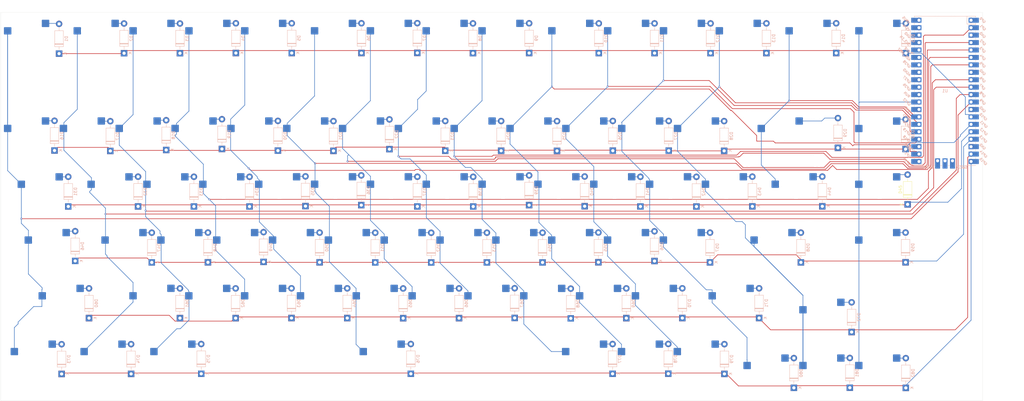
<source format=kicad_pcb>
(kicad_pcb (version 20240108) (generator "pcbnew") (generator_version "8.0")
  (layers (0 "F.Cu" signal) (31 "B.Cu" signal) (34 "B.Paste" user) (35 "F.Paste" user) (36 "B.SilkS" user "B.Silkscreen") (37 "F.SilkS" user "F.Silkscreen") (38 "B.Mask" user) (39 "F.Mask" user) (44 "Edge.Cuts" user))
  (net 0 "")
  (net 1 "COLUMN 1")
  (net 2 "ROW 1")
  (net 3 "COLUMN 2")
  (net 4 "COLUMN 3")
  (net 5 "COLUMN 4")
  (net 6 "COLUMN 5")
  (net 7 "COLUMN 6")
  (net 8 "COLUMN 7")
  (net 9 "COLUMN 8")
  (net 10 "COLUMN 9")
  (net 11 "COLUMN 10")
  (net 12 "COLUMN 11")
  (net 13 "COLUMN 12")
  (net 14 "COLUMN 13")
  (net 15 "COLUMN 14")
  (net 16 "COLUMN 0")
  (net 17 "ROW 2")
  (net 18 "ROW 3")
  (net 19 "ROW 4")
  (net 20 "ROW 5")
  (net 21 "ROW 0")
  (net 44 "Net-(D1-A)")
  (net 45 "Net-(D2-A)")
  (net 46 "Net-(D3-A)")
  (net 47 "Net-(D4-A)")
  (net 48 "Net-(D5-A)")
  (net 49 "Net-(D6-A)")
  (net 50 "Net-(D7-A)")
  (net 51 "Net-(D8-A)")
  (net 52 "Net-(D9-A)")
  (net 53 "Net-(D10-A)")
  (net 54 "Net-(D11-A)")
  (net 55 "Net-(D12-A)")
  (net 56 "Net-(D13-A)")
  (net 57 "Net-(D14-A)")
  (net 58 "Net-(D15-A)")
  (net 59 "Net-(D16-A)")
  (net 60 "Net-(D17-A)")
  (net 61 "Net-(D18-A)")
  (net 62 "Net-(D19-A)")
  (net 63 "Net-(D20-A)")
  (net 64 "Net-(D21-A)")
  (net 65 "Net-(D22-A)")
  (net 66 "Net-(D23-A)")
  (net 67 "Net-(D24-A)")
  (net 68 "Net-(D25-A)")
  (net 69 "Net-(D26-A)")
  (net 70 "Net-(D27-A)")
  (net 71 "Net-(D28-A)")
  (net 72 "Net-(D29-A)")
  (net 73 "Net-(D30-A)")
  (net 74 "Net-(D31-A)")
  (net 75 "Net-(D32-A)")
  (net 76 "Net-(D33-A)")
  (net 77 "Net-(D34-A)")
  (net 78 "Net-(D35-A)")
  (net 79 "Net-(D36-A)")
  (net 80 "Net-(D37-A)")
  (net 81 "Net-(D38-A)")
  (net 82 "Net-(D39-A)")
  (net 83 "Net-(D40-A)")
  (net 84 "Net-(D41-A)")
  (net 85 "Net-(D42-A)")
  (net 86 "Net-(D43-A)")
  (net 87 "Net-(D44-A)")
  (net 88 "Net-(D45-A)")
  (net 89 "Net-(D46-A)")
  (net 90 "Net-(D47-A)")
  (net 91 "Net-(D48-A)")
  (net 92 "Net-(D49-A)")
  (net 93 "Net-(D50-A)")
  (net 94 "Net-(D51-A)")
  (net 95 "Net-(D52-A)")
  (net 96 "Net-(D53-A)")
  (net 97 "Net-(D54-A)")
  (net 98 "Net-(D55-A)")
  (net 99 "Net-(D56-A)")
  (net 100 "Net-(D57-A)")
  (net 101 "Net-(D58-A)")
  (net 102 "Net-(D59-A)")
  (net 103 "Net-(D60-A)")
  (net 104 "Net-(D61-A)")
  (net 105 "Net-(D62-A)")
  (net 106 "Net-(D63-A)")
  (net 107 "Net-(D64-A)")
  (net 108 "Net-(D65-A)")
  (net 109 "Net-(D66-A)")
  (net 110 "Net-(D67-A)")
  (net 111 "Net-(D68-A)")
  (net 112 "Net-(D69-A)")
  (net 113 "Net-(D70-A)")
  (net 114 "Net-(D71-A)")
  (net 115 "Net-(D72-A)")
  (net 116 "Net-(D73-A)")
  (net 117 "Net-(D74-A)")
  (net 118 "Net-(D75-A)")
  (net 119 "Net-(D76-A)")
  (net 120 "Net-(D77-A)")
  (net 121 "Net-(D78-A)")
  (net 122 "Net-(D79-A)")
  (net 123 "Net-(D80-A)")
  (net 124 "Net-(D81-A)")
  (net 125 "Net-(D82-A)")
  (footprint "Diode_THT:D_DO-41_SOD81_P10.16mm_Horizontal" (layer "F.Cu") (at 309.34 68.7 90)
    (property "Reference" "D45")
    (property "Value" "D")
  )
  (footprint "Diode_THT:D_DO-41_SOD81_P10.16mm_Horizontal" (layer "B.Cu") (at 308.65 49.81 90)
    (property "Reference" "D30")
    (property "Value" "D")
  )
  (footprint "Diode_THT:D_DO-41_SOD81_P10.16mm_Horizontal" (layer "B.Cu") (at 113.43 50.42 90)
    (property "Reference" "D21")
    (property "Value" "D")
  )
  (footprint "hot swap:MX-Hotswap-1U" (layer "B.Cu") (at 42.58369 83.43 180)
    (property "Reference" "SW47")
    (property "Value" "SW_Push_45deg")
  )
  (footprint "hot swap:MX-Hotswap-1U" (layer "B.Cu") (at 114.08119 64.35 180)
    (property "Reference" "SW36")
    (property "Value" "SW_Push_45deg")
  )
  (footprint "hot swap:MX-Hotswap-1U" (layer "B.Cu") (at 161.71619 45.3 180)
    (property "Reference" "SW24")
    (property "Value" "SW_Push_45deg")
  )
  (footprint "Diode_THT:D_DO-41_SOD81_P10.16mm_Horizontal" (layer "B.Cu") (at 94.48 50.34 90)
    (property "Reference" "D20")
    (property "Value" "D")
  )
  (footprint "Diode_THT:D_DO-41_SOD81_P10.16mm_Horizontal" (layer "B.Cu") (at 142.06 69.42 90)
    (property "Reference" "D37")
    (property "Value" "D")
  )
  (footprint "Diode_THT:D_DO-41_SOD81_P10.16mm_Horizontal" (layer "B.Cu") (at 161.03 17.04 90)
    (property "Reference" "D8")
    (property "Value" "D")
  )
  (footprint "hot swap:MX-Hotswap-1.75U" (layer "B.Cu") (at 249.74994 102.48 180)
    (property "Reference" "SW71")
    (property "Value" "SW_Push_45deg")
  )
  (footprint "hot swap:MX-Hotswap-1U" (layer "B.Cu") (at 152.16619 11.94 180)
    (property "Reference" "SW8")
    (property "Value" "SW_Push_45deg")
  )
  (footprint "Diode_THT:D_DO-41_SOD81_P10.16mm_Horizontal" (layer "B.Cu") (at 242.1 17.04 90)
    (property "Reference" "D12")
    (property "Value" "D")
  )
  (footprint "hot swap:MX-Hotswap-1U" (layer "B.Cu") (at 299.81119 11.935 180)
    (property "Reference" "SW15")
    (property "Value" "SW_Push_45deg")
  )
  (footprint "hot swap:MX-Hotswap-1U" (layer "B.Cu") (at 214.03369 83.43 180)
    (property "Reference" "SW56")
    (property "Value" "SW_Push_45deg")
  )
  (footprint "hot swap:MX-Hotswap-1U" (layer "B.Cu") (at 71.20119 11.945 180)
    (property "Reference" "SW4")
    (property "Value" "SW_Push_45deg")
  )
  (footprint "Diode_THT:D_DO-41_SOD81_P10.16mm_Horizontal" (layer "B.Cu") (at 56.35119 50.12 90)
    (property "Reference" "D18")
    (property "Value" "D")
  )
  (footprint "hot swap:MX-Hotswap-1U" (layer "B.Cu") (at 218.86619 45.3 180)
    (property "Reference" "SW27")
    (property "Value" "SW_Push_45deg")
  )
  (footprint "Diode_THT:D_DO-41_SOD81_P10.16mm_Horizontal" (layer "B.Cu") (at 270.53 131.38 90)
    (property "Reference" "D80")
    (property "Value" "D")
  )
  (footprint "Diode_THT:D_DO-41_SOD81_P10.16mm_Horizontal" (layer "B.Cu") (at 290.23369 112.32 90)
    (property "Reference" "D72")
    (property "Value" "D")
  )
  (footprint "Diode_THT:D_DO-41_SOD81_P10.16mm_Horizontal" (layer "B.Cu") (at 99.19 17 90)
    (property "Reference" "D5")
    (property "Value" "D")
  )
  (footprint "Diode_THT:D_DO-41_SOD81_P10.16mm_Horizontal" (layer "B.Cu") (at 199.14119 69.34 90)
    (property "Reference" "D40")
    (property "Value" "D")
  )
  (footprint "Diode_THT:D_DO-41_SOD81_P10.16mm_Horizontal" (layer "B.Cu") (at 68.31 126.58 90)
    (property "Reference" "D75")
    (property "Value" "D")
  )
  (footprint "Diode_THT:D_DO-41_SOD81_P10.16mm_Horizontal" (layer "B.Cu") (at 51.44 88.53 90)
    (property "Reference" "D47")
    (property "Value" "D")
  )
  (footprint "Diode_THT:D_DO-41_SOD81_P10.16mm_Horizontal" (layer "B.Cu") (at 203.83 88.48 90)
    (property "Reference" "D55")
    (property "Value" "D")
  )
  (footprint "hot swap:MX-Hotswap-1.5U" (layer "B.Cu") (at 14.00869 64.38 180)
    (property "Reference" "SW31")
    (property "Value" "SW_Push_45deg")
  )
  (footprint "hot swap:MX-Hotswap-1U" (layer "B.Cu") (at 71.15619 102.48 180)
    (property "Reference" "SW62")
    (property "Value" "SW_Push_45deg")
  )
  (footprint "Diode_THT:D_DO-41_SOD81_P10.16mm_Horizontal" (layer "B.Cu") (at 103.88119 69.3 90)
    (property "Reference" "D35")
    (property "Value" "D")
  )
  (footprint "hot swap:MX-Hotswap-1U" (layer "B.Cu") (at 199.74369 121.53 180)
    (property "Reference" "SW77")
    (property "Value" "SW_Push_45deg")
  )
  (footprint "Diode_THT:D_DO-41_SOD81_P10.16mm_Horizontal" (layer "B.Cu") (at 146.78 88.56 90)
    (property "Reference" "D52")
    (property "Value" "D")
  )
  (footprint "hot swap:MX-Hotswap-1U" (layer "B.Cu") (at 133.11619 11.94 180)
    (property "Reference" "SW7")
    (property "Value" "SW_Push_45deg")
  )
  (footprint "Diode_THT:D_DO-41_SOD81_P10.16mm_Horizontal" (layer "B.Cu") (at 41.98 17.07 90)
    (property "Reference" "D2")
    (property "Value" "D")
  )
  (footprint "hot swap:MX-Hotswap-1U" (layer "B.Cu") (at 118.78369 83.43 180)
    (property "Reference" "SW51")
    (property "Value" "SW_Push_45deg")
  )
  (footprint "hot swap:MX-Hotswap-1.25U" (layer "B.Cu") (at 11.62744 121.53 180)
    (property "Reference" "SW73")
    (property "Value" "SW_Push_45deg")
  )
  (footprint "hot swap:MX-Hotswap-1U" (layer "B.Cu") (at 33.10119 11.945 180)
    (property "Reference" "SW2")
    (property "Value" "SW_Push_45deg")
  )
  (footprint "hot swap:MX-Hotswap-1U" (layer "B.Cu") (at 171.21619 11.94 180)
    (property "Reference" "SW9")
    (property "Value" "SW_Push_45deg")
  )
  (footprint "hot swap:MX-Hotswap-1U" (layer "B.Cu") (at 190.29119 64.35 180)
    (property "Reference" "SW40")
    (property "Value" "SW_Push_45deg")
  )
  (footprint "Diode_THT:D_DO-41_SOD81_P10.16mm_Horizontal" (layer "B.Cu") (at 246.73119 50.42 90)
    (property "Reference" "D28")
    (property "Value" "D")
  )
  (footprint "hot swap:MX-Hotswap-1U" (layer "B.Cu") (at 85.53619 45.29 180)
    (property "Reference" "SW20")
    (property "Value" "SW_Push_45deg")
  )
  (footprint "hot swap:MX-Hotswap-1U" (layer "B.Cu") (at 280.70869 126.29 180)
    (property "Reference" "SW81")
    (property "Value" "SW_Push_45deg")
  )
  (footprint "hot swap:MX-Hotswap-1U" (layer "B.Cu") (at 209.34119 64.35 180)
    (property "Reference" "SW41")
    (property "Value" "SW_Push_45deg")
  )
  (footprint "hot swap:MX-Hotswap-1U" (layer "B.Cu") (at 9.33619 45.29 180)
    (property "Reference" "SW16")
    (property "Value" "SW_Push_45deg")
  )
  (footprint "Diode_THT:D_DO-41_SOD81_P10.16mm_Horizontal" (layer "B.Cu") (at 208.67 126.58 90)
    (property "Reference" "D77")
    (property "Value" "D")
  )
  (footprint "hot swap:MX-Hotswap-1U" (layer "B.Cu") (at 223.55619 102.48 180)
    (property "Reference" "SW70")
    (property "Value" "SW_Push_45deg")
  )
  (footprint "hot swap:MX-Hotswap-1U" (layer "B.Cu") (at 180.76619 45.3 180)
    (property "Reference" "SW25")
    (property "Value" "SW_Push_45deg")
  )
  (footprint "hot swap:MX-Hotswap-1U" (layer "B.Cu") (at 261.65869 126.29 180)
    (property "Reference" "SW80")
    (property "Value" "SW_Push_45deg")
  )
  (footprint "hot swap:MX-Hotswap-1U" (layer "B.Cu") (at 299.76369 45.325 180)
    (property "Reference" "SW30")
    (property "Value" "SW_Push_45deg")
  )
  (footprint "Diode_THT:D_DO-41_SOD81_P10.16mm_Horizontal" (layer "B.Cu") (at 285.56 49.38 90)
    (property "Reference" "D29")
    (property "Value" "D")
  )
  (footprint "hot swap:MX-Hotswap-2U" (layer "B.Cu") (at 266.49119 45.3 180)
    (property "Reference" "SW29")
    (property "Value" "SW_Push_45deg")
  )
  (footprint "Diode_THT:D_DO-41_SOD81_P10.16mm_Horizontal" (layer "B.Cu") (at 184.77 88.54 90)
    (property "Reference" "D54")
    (property "Value" "D")
  )
  (footprint "hot swap:MX-Hotswap-1U" (layer "B.Cu") (at 233.13119 11.935 180)
    (property "Reference" "SW12")
    (property "Value" "SW_Push_45deg")
  )
  (footprint "hot swap:MX-Hotswap-1U" (layer "B.Cu") (at 99.73369 83.43 180)
    (property "Reference" "SW50")
    (property "Value" "SW_Push_45deg")
  )
  (footprint "Diode_THT:D_DO-41_SOD81_P10.16mm_Horizontal" (layer "B.Cu") (at 137.21 107.59 90)
    (property "Reference" "D65")
    (property "Value" "D")
  )
  (footprint "Diode_THT:D_DO-41_SOD81_P10.16mm_Horizontal" (layer "B.Cu") (at 25.30119 88.03 90)
    (property "Reference" "D46")
    (property "Value" "D")
  )
  (footprint "hot swap:MX-Hotswap-1U" (layer "B.Cu") (at 299.75869 126.29 180)
    (property "Reference" "SW82")
    (property "Value" "SW_Push_45deg")
  )
  (footprint "Diode_THT:D_DO-41_SOD81_P10.16mm_Horizontal" (layer "B.Cu") (at 227.68 126.55 90)
    (property "Reference" "D78")
    (property "Value" "D")
  )
  (footprint "Diode_THT:D_DO-41_SOD81_P10.16mm_Horizontal" (layer "B.Cu") (at 258.67 107.53 90)
    (property "Reference" "D71")
    (property "Value" "D")
  )
  (footprint "hot swap:MX-Hotswap-1U" (layer "B.Cu") (at 152.19119 64.35 180)
    (property "Reference" "SW38")
    (property "Value" "SW_Push_45deg")
  )
  (footprint "Diode_THT:D_DO-41_SOD81_P10.16mm_Horizontal" (layer "B.Cu") (at 122.92 68.96 90)
    (property "Reference" "D36")
    (property "Value" "D")
  )
  (footprint "Diode_THT:D_DO-41_SOD81_P10.16mm_Horizontal" (layer "B.Cu") (at 132.53119 49.84 90)
    (property "Reference" "D22")
    (property "Value" "D")
  )
  (footprint "hot swap:MX-Hotswap-1U" (layer "B.Cu") (at 228.39119 64.35 180)
    (property "Reference" "SW42")
    (property "Value" "SW_Push_45deg")
  )
  (footprint "Diode_THT:D_DO-41_SOD81_P10.16mm_Horizontal" (layer "B.Cu") (at 308.74 17.03 90)
    (property "Reference" "D15")
    (property "Value" "D")
  )
  (footprint "hot swap:MX-Hotswap-1U" (layer "B.Cu") (at 218.79369 121.53 180)
    (property "Reference" "SW78")
    (property "Value" "SW_Push_45deg")
  )
  (footprint "Diode_THT:D_DO-41_SOD81_P10.16mm_Horizontal" (layer "B.Cu") (at 222.99 17.03 90)
    (property "Reference" "D11")
    (property "Value" "D")
  )
  (footprint "hot swap:MX-Hotswap-1U" (layer "B.Cu") (at 37.82119 64.38 180)
    (property "Reference" "SW32")
    (property "Value" "SW_Push_45deg")
  )
  (footprint "hot swap:MX-Hotswap-1.5U" (layer "B.Cu") (at 271.25369 64.35 180)
    (property "Reference" "SW44")
    (property "Value" "SW_Push_45deg")
  )
  (footprint "hot swap:MX-Hotswap-1U" (layer "B.Cu") (at 47.42619 45.29 180)
    (property "Reference" "SW18")
    (property "Value" "SW_Push_45deg")
  )
  (footprint "Diode_THT:D_DO-41_SOD81_P10.16mm_Horizontal" (layer "B.Cu") (at 218.16119 69.43 90)
    (property "Reference" "D41")
    (property "Value" "D")
  )
  (footprint "Diode_THT:D_DO-41_SOD81_P10.16mm_Horizontal" (layer "B.Cu") (at 161.11 69.44 90)
    (property "Reference" "D38")
    (property "Value" "D")
  )
  (footprint "hot swap:MX-Hotswap-1U" (layer "B.Cu") (at 247.44119 64.35 180)
    (property "Reference" "SW43")
    (property "Value" "SW_Push_45deg")
  )
  (footprint "hot swap:MX-Hotswap-1U" (layer "B.Cu") (at 175.93369 83.43 180)
    (property "Reference" "SW54")
    (property "Value" "SW_Push_45deg")
  )
  (footprint "hot swap:MX-Hotswap-1U" (layer "B.Cu") (at 109.25619 102.48 180)
    (property "Reference" "SW64")
    (property "Value" "SW_Push_45deg")
  )
  (footprint "Diode_THT:D_DO-41_SOD81_P10.16mm_Horizontal" (layer "B.Cu") (at 75.38119 49.77 90)
    (property "Reference" "D19")
    (property "Value" "D")
  )
  (footprint "hot swap:MX-Hotswap-1U" (layer "B.Cu") (at 80.68369 83.43 180)
    (property "Reference" "SW49")
    (property "Value" "SW_Push_45deg")
  )
  (footprint "Diode_THT:D_DO-41_SOD81_P10.16mm_Horizontal" (layer "B.Cu") (at 213.36 107.57 90)
    (property "Reference" "D69")
    (property "Value" "D")
  )
  (footprint "hot swap:MX-Hotswap-1U" (layer "B.Cu") (at 237.84369 121.53 180)
    (property "Reference" "SW79")
    (property "Value" "SW_Push_45deg")
  )
  (footprint "hot swap:MX-Hotswap-1U" (layer "B.Cu") (at 133.14119 64.35 180)
    (property "Reference" "SW37")
    (property "Value" "SW_Push_45deg")
  )
  (footprint "hot swap:MX-Hotswap-1U" (layer "B.Cu") (at 90.20619 102.48 180)
    (property "Reference" "SW63")
    (property "Value" "SW_Push_45deg")
  )
  (footprint "Diode_THT:D_DO-41_SOD81_P10.16mm_Horizontal" (layer "B.Cu") (at 122.98 16.99 90)
    (property "Reference" "D6")
    (property "Value" "D")
  )
  (footprint "Diode_THT:D_DO-41_SOD81_P10.16mm_Horizontal" (layer "B.Cu") (at 99.11 107.54 90)
    (property "Reference" "D63")
    (property "Value" "D")
  )
  (footprint "Diode_THT:D_DO-41_SOD81_P10.16mm_Horizontal" (layer "B.Cu") (at 20.67 126.64 90)
    (property "Reference" "D73")
    (property "Value" "D")
  )
  (footprint "Diode_THT:D_DO-41_SOD81_P10.16mm_Horizontal" (layer "B.Cu") (at 139.83 126.58 90)
    (property "Reference" "D76")
    (property "Value" "D")
  )
  (footprint "hot swap:MX-Hotswap-1U" (layer "B.Cu") (at 114.06619 11.94 180)
    (property "Reference" "SW6")
    (property "Value" "SW_Push_45deg")
  )
  (footprint "Diode_THT:D_DO-41_SOD81_P10.16mm_Horizontal" (layer "B.Cu") (at 37.29 50.45 90)
    (property "Reference" "D17")
    (property "Value" "D")
  )
  (footprint "hot swap:MX-Hotswap-1U" (layer "B.Cu") (at 75.94119 64.37 180)
    (property "Reference" "SW34")
    (property "Value" "SW_Push_45deg")
  )
  (footprint "Diode_THT:D_DO-41_SOD81_P10.16mm_Horizontal" (layer "B.Cu") (at 246.83 126.62 90)
    (property "Reference" "D79")
    (property "Value" "D")
  )
  (footprint "Diode_THT:D_DO-41_SOD81_P10.16mm_Horizontal" (layer "B.Cu") (at 203.97 17.03 90)
    (property "Reference" "D10")
    (property "Value" "D")
  )
  (footprint "Diode_THT:D_DO-41_SOD81_P10.16mm_Horizontal" (layer "B.Cu") (at 46.76 69.4 90)
    (property "Reference" "D32")
    (property "Value" "D")
  )
  (footprint "hot swap:MX-Hotswap-1U" (layer "B.Cu") (at 233.08369 83.43 180)
    (property "Reference" "SW57")
    (property "Value" "SW_Push_45deg")
  )
  (footprint "Diode_THT:D_DO-41_SOD81_P10.16mm_Horizontal" (layer "B.Cu") (at 18.25 50.3 90)
    (property "Reference" "D16")
    (property "Value" "D")
  )
  (footprint "hot swap:MX-Hotswap-1.25U" (layer "B.Cu") (at 59.25244 121.53 180)
    (property "Reference" "SW75")
    (property "Value" "SW_Push_45deg")
  )
  (footprint "Diode_THT:D_DO-41_SOD81_P10.16mm_Horizontal" (layer "B.Cu") (at 170.64 50.39 90)
    (property "Reference" "D24")
    (property "Value" "D")
  )
  (footprint "hot swap:MX-Hotswap-1U" (layer "B.Cu") (at 199.81619 45.3 180)
    (property "Reference" "SW26")
    (property "Value" "SW_Push_45deg")
  )
  (footprint "Diode_THT:D_DO-41_SOD81_P10.16mm_Horizontal" (layer "B.Cu") (at 70.6 88.5 90)
    (property "Reference" "D48")
    (property "Value" "D")
  )
  (footprint "hot swap:MX-Hotswap-1U" (layer "B.Cu") (at 66.48619 45.29 180)
    (property "Reference" "SW19")
    (property "Value" "SW_Push_45deg")
  )
  (footprint "hot swap:MX-Hotswap-1U" (layer "B.Cu") (at 214.08119 11.935 180)
    (property "Reference" "SW11")
    (property "Value" "SW_Push_45deg")
  )
  (footprint "hot swap:MX-Hotswap-1U" (layer "B.Cu") (at 299.76369 64.375 180)
    (property "Reference" "SW45")
    (property "Value" "SW_Push_45deg")
  )
  (footprint "hot swap:MX-Hotswap-1U" (layer "B.Cu") (at 237.91619 45.3 180)
    (property "Reference" "SW28")
    (property "Value" "SW_Push_45deg")
  )
  (footprint "Diode_THT:D_DO-41_SOD81_P10.16mm_Horizontal" (layer "B.Cu") (at 208.75 50.36 90)
    (property "Reference" "D26")
    (property "Value" "D")
  )
  (footprint "hot swap:MX-Hotswap-2.25U" (layer "B.Cu") (at 21.15244 102.48 180)
    (property "Reference" "SW60")
    (property "Value" "SW_Push_45deg")
  )
  (footprint "Diode_THT:D_DO-41_SOD81_P10.16mm_Horizontal" (layer "B.Cu") (at 308.64 88.49 90)
    (property "Reference" "D59")
    (property "Value" "D")
  )
  (footprint "hot swap:MX-Hotswap-1U" (layer "B.Cu") (at 104.58619 45.29 180)
    (property "Reference" "SW21")
    (property "Value" "SW_Push_45deg")
  )
  (footprint "hot swap:MX-Hotswap-1U" (layer "B.Cu") (at 95.01119 64.36 180)
    (property "Reference" "SW35")
    (property "Value" "SW_Push_45deg")
  )
  (footprint "Diode_THT:D_DO-41_SOD81_P10.16mm_Horizontal" (layer "B.Cu") (at 180.2 17 90)
    (property "Reference" "D9")
    (property "Value" "D")
  )
  (footprint "hot swap:MX-Hotswap-1U" (layer "B.Cu") (at 147.35619 102.48 180)
    (property "Reference" "SW66")
    (property "Value" "SW_Push_45deg")
  )
  (footprint "Diode_THT:D_DO-41_SOD81_P10.16mm_Horizontal" (layer "B.Cu") (at 289.62 131.34 90)
    (property "Reference" "D81")
    (property "Value" "D")
  )
  (footprint "Diode_THT:D_DO-41_SOD81_P10.16mm_Horizontal" (layer "B.Cu") (at 142.04 16.95 90)
    (property "Reference" "D7")
    (property "Value" "D")
  )
  (footprint "Diode_THT:D_DO-41_SOD81_P10.16mm_Horizontal" (layer "B.Cu") (at 65.82 69.43 90)
    (property "Reference" "D33")
    (property "Value" "D")
  )
  (footprint "Diode_THT:D_DO-41_SOD81_P10.16mm_Horizontal" (layer "B.Cu") (at 256.36 69.39 90)
    (property "Reference" "D43")
    (property "Value" "D")
  )
  (footprint "hot swap:MX-Hotswap-1U" (layer "B.Cu") (at 56.87119 64.38 180)
    (property "Reference" "SW33")
    (property "Value" "SW_Push_45deg")
  )
  (footprint "Diode_THT:D_DO-41_SOD81_P10.16mm_Horizontal" (layer "B.Cu") (at 61.05 17.07 90)
    (property "Reference" "D3")
    (property "Value" "D")
  )
  (footprint "hot swap:MX-Hotswap-1U" (layer "B.Cu") (at 166.40619 102.48 180)
    (property "Reference" "SW67")
    (property "Value" "SW_Push_45deg")
  )
  (footprint "hot swap:MX-Hotswap-1U" (layer "B.Cu") (at 194.98369 83.43 180)
    (property "Reference" "SW55")
    (property "Value" "SW_Push_45deg")
  )
  (footprint "Diode_THT:D_DO-41_SOD81_P10.16mm_Horizontal" (layer "B.Cu") (at 241.91119 88.52 90)
    (property "Reference" "D57")
    (property "Value" "D")
  )
  (footprint "Diode_THT:D_DO-41_SOD81_P10.16mm_Horizontal" (layer "B.Cu") (at 175.26 107.51 90)
    (property "Reference" "D67")
    (property "Value" "D")
  )
  (footprint "hot swap:MX-Hotswap-2.25U" (layer "B.Cu") (at 264.03994 83.43 180)
    (property "Reference" "SW58")
    (property "Value" "SW_Push_45deg")
  )
  (footprint "Diode_THT:D_DO-41_SOD81_P10.16mm_Horizontal" (layer "B.Cu") (at 227.82 50.36 90)
    (property "Reference" "D27")
    (property "Value" "D")
  )
  (footprint "Diode_THT:D_DO-41_SOD81_P10.16mm_Horizontal" (layer "B.Cu") (at 308.72 131.4 90)
    (property "Reference" "D82")
    (property "Value" "D")
  )
  (footprint "Diode_THT:D_DO-41_SOD81_P10.16mm_Horizontal" (layer "B.Cu") (at 108.7 88.5 90)
    (property "Reference" "D50")
    (property "Value" "D")
  )
  (footprint "hot swap:MX-Hotswap-1U" (layer "B.Cu") (at 195.03119 11.935 180)
    (property "Reference" "SW10")
    (property "Value" "SW_Push_45deg")
  )
  (footprint "Diode_THT:D_DO-41_SOD81_P10.16mm_Horizontal" (layer "B.Cu") (at 44.38 126.62 90)
    (property "Reference" "D74")
    (property "Value" "D")
  )
  (footprint "Diode_THT:D_DO-41_SOD81_P10.16mm_Horizontal" (layer "B.Cu") (at 232.47 107.54 90)
    (property "Reference" "D70")
    (property "Value" "D")
  )
  (footprint "hot swap:MX-Hotswap-1U" (layer "B.Cu") (at 123.62619 45.3 180)
    (property "Reference" "SW22")
    (property "Value" "SW_Push_45deg")
  )
  (footprint "hot swap:MX-Hotswap-1U" (layer "B.Cu") (at 252.18119 11.935 180)
    (property "Reference" "SW13")
    (property "Value" "SW_Push_45deg")
  )
  (footprint "hot swap:MX-Hotswap-6.25U" (layer "B.Cu") (at 130.68744 121.53 180)
    (property "Reference" "SW76")
    (property "Value" "SW_Push_45deg")
  )
  (footprint "Diode_THT:D_DO-41_SOD81_P10.16mm_Horizontal" (layer "B.Cu") (at 61.05 107.57 90)
    (property "Reference" "D61")
    (property "Value" "D")
  )
  (footprint "hot swap:MX-Hotswap-1U" (layer "B.Cu") (at 156.88369 83.43 180)
    (property "Reference" "SW53")
    (property "Value" "SW_Push_45deg")
  )
  (footprint "hot swap:MX-Hotswap-1U" (layer "B.Cu") (at 52.15119 11.945 180)
    (property "Reference" "SW3")
    (property "Value" "SW_Push_45deg")
  )
  (footprint "Diode_THT:D_DO-41_SOD81_P10.16mm_Horizontal" (layer "B.Cu") (at 261.16 17.02 90)
    (property "Reference" "D13")
    (property "Value" "D")
  )
  (footprint "Diode_THT:D_DO-41_SOD81_P10.16mm_Horizontal" (layer "B.Cu") (at 237.28 69.45 90)
    (property "Reference" "D42")
    (property "Value" "D")
  )
  (footprint "Diode_THT:D_DO-41_SOD81_P10.16mm_Horizontal" (layer "B.Cu") (at 22.94 69.42 90)
    (property "Reference" "D31")
    (property "Value" "D")
  )
  (footprint "hot swap:MX-Hotswap-1U" (layer "B.Cu") (at 299.76369 83.425 180)
    (property "Reference" "SW59")
    (property "Value" "SW_Push_45deg")
  )
  (footprint "Diode_THT:D_DO-41_SOD81_P10.16mm_Horizontal" (layer "B.Cu") (at 80.05 107.57 90)
    (property "Reference" "D62")
    (property "Value" "D")
  )
  (footprint "Diode_THT:D_DO-41_SOD81_P10.16mm_Horizontal" (layer "B.Cu") (at 156.28 107.57 90)
    (property "Reference" "D66")
    (property "Value" "D")
  )
  (footprint "hot swap:MX-Hotswap-1.25U" (layer "B.Cu") (at 35.43994 121.53 180)
    (property "Reference" "SW74")
    (property "Value" "SW_Push_45deg")
  )
  (footprint "hot swap:MX-Hotswap-1U" (layer "B.Cu") (at 275.99619 11.94 180)
    (property "Reference" "SW14")
    (property "Value" "SW_Push_45deg")
  )
  (footprint "Diode_THT:D_DO-41_SOD81_P10.16mm_Horizontal" (layer "B.Cu") (at 222.97119 88.06 90)
    (property "Reference" "D56")
    (property "Value" "D")
  )
  (footprint "Diode_THT:D_DO-41_SOD81_P10.16mm_Horizontal" (layer "B.Cu") (at 272.92 88.52 90)
    (property "Reference" "D58")
    (property "Value" "D")
  )
  (footprint "Diode_THT:D_DO-41_SOD81_P10.16mm_Horizontal" (layer "B.Cu") (at 280.23 69.37 90)
    (property "Reference" "D44")
    (property "Value" "D")
  )
  (footprint "Diode_THT:D_DO-41_SOD81_P10.16mm_Horizontal" (layer "B.Cu") (at 189.71 50.43 90)
    (property "Reference" "D25")
    (property "Value" "D")
  )
  (footprint "hot swap:MX-Hotswap-1.75U" (layer "B.Cu") (at 16.38994 83.43 180)
    (property "Reference" "SW46")
    (property "Value" "SW_Push_45deg")
  )
  (footprint "Diode_THT:D_DO-41_SOD81_P10.16mm_Horizontal" (layer "B.Cu") (at 284.97 17 90)
    (property "Reference" "D14")
    (property "Value" "D")
  )
  (footprint "hot swap:MX-Hotswap-1U" (layer "B.Cu") (at 90.25119 11.945 180)
    (property "Reference" "SW5")
    (property "Value" "SW_Push_45deg")
  )
  (footprint "hot swap:MX-Hotswap-1U" (layer "B.Cu") (at 142.66619 45.3 180)
    (property "Reference" "SW23")
    (property "Value" "SW_Push_45deg")
  )
  (footprint "hot swap:MX-Hotswap-1U" (layer "B.Cu") (at 128.30619 102.48 180)
    (property "Reference" "SW65")
    (property "Value" "SW_Push_45deg")
  )
  (footprint "hot swap:MX-Hotswap-1U" (layer "B.Cu") (at 204.50619 102.48 180)
    (property "Reference" "SW69")
    (property "Value" "SW_Push_45deg")
  )
  (footprint "Diode_THT:D_DO-41_SOD81_P10.16mm_Horizontal" (layer "B.Cu") (at 84.79 69.44 90)
    (property "Reference" "D34")
    (property "Value" "D")
  )
  (footprint "hot swap:MX-Hotswap-1U" (layer "B.Cu") (at 280.70869 107.24 180)
    (property "Reference" "SW72")
    (property "Value" "SW_Push_45deg")
  )
  (footprint "Diode_THT:D_DO-41_SOD81_P10.16mm_Horizontal" (layer "B.Cu") (at 89.58 88.35 90)
    (property "Reference" "D49")
    (property "Value" "D")
  )
  (footprint "Diode_THT:D_DO-41_SOD81_P10.16mm_Horizontal" (layer "B.Cu") (at 19.80619 17.2 90)
    (property "Reference" "D1")
    (property "Value" "D")
  )
  (footprint "Diode_THT:D_DO-41_SOD81_P10.16mm_Horizontal" (layer "B.Cu") (at 118.13 107.55 90)
    (property "Reference" "D64")
    (property "Value" "D")
  )
  (footprint "hot swap:MX-Hotswap-1U" (layer "B.Cu") (at 185.45619 102.48 180)
    (property "Reference" "SW68")
    (property "Value" "SW_Push_45deg")
  )
  (footprint "hot swap:MX-Hotswap-1U" (layer "B.Cu") (at 137.83369 83.43 180)
    (property "Reference" "SW52")
    (property "Value" "SW_Push_45deg")
  )
  (footprint "hot swap:MX-Hotswap-1U" (layer "B.Cu") (at 9.34119 11.955 180)
    (property "Reference" "SW1")
    (property "Value" "SW_Push_45deg")
  )
  (footprint "Diode_THT:D_DO-41_SOD81_P10.16mm_Horizontal" (layer "B.Cu") (at 194.4 107.65 90)
    (property "Reference" "D68")
    (property "Value" "D")
  )
  (footprint "hot swap:MX-Hotswap-1U" (layer "B.Cu") (at 61.63369 83.43 180)
    (property "Reference" "SW48")
    (property "Value" "SW_Push_45deg")
  )
  (footprint "hot swap:MX-Hotswap-1U" (layer "B.Cu") (at 171.24119 64.35 180)
    (property "Reference" "SW39")
    (property "Value" "SW_Push_45deg")
  )
  (footprint "hot swap:MX-Hotswap-1U" (layer "B.Cu") (at 28.37619 45.29 180)
    (property "Reference" "SW17")
    (property "Value" "SW_Push_45deg")
  )
  (footprint "MCU_RaspberryPi_and_Boards:RPi_Pico_SMD_TH" (layer "B.Cu") (at 322.10119 29.93 180)
    (property "Reference" "U1")
    (property "Value" "Pico")
  )
  (footprint "Diode_THT:D_DO-41_SOD81_P10.16mm_Horizontal" (layer "B.Cu") (at 80.13 17 90)
    (property "Reference" "D4")
    (property "Value" "D")
  )
  (footprint "Diode_THT:D_DO-41_SOD81_P10.16mm_Horizontal" (layer "B.Cu") (at 165.79 88.54 90)
    (property "Reference" "D53")
    (property "Value" "D")
  )
  (footprint "Diode_THT:D_DO-41_SOD81_P10.16mm_Horizontal" (layer "B.Cu") (at 151.58 50.38 90)
    (property "Reference" "D23")
    (property "Value" "D")
  )
  (footprint "Diode_THT:D_DO-41_SOD81_P10.16mm_Horizontal" (layer "B.Cu") (at 127.69 88.55 90)
    (property "Reference" "D51")
    (property "Value" "D")
  )
  (footprint "Diode_THT:D_DO-41_SOD81_P10.16mm_Horizontal" (layer "B.Cu") (at 180.19 68.96 90)
    (property "Reference" "D39")
    (property "Value" "D")
  )
  (footprint "hot swap:MX-Hotswap-1U" (layer "B.Cu") (at 52.12619 102.46 180)
    (property "Reference" "SW61")
    (property "Value" "SW_Push_45deg")
  )
  (footprint "Diode_THT:D_DO-41_SOD81_P10.16mm_Horizontal" (layer "B.Cu") (at 30.02 107.56 90)
    (property "Reference" "D60")
    (property "Value" "D")
  )
  (gr_rect (start -0.13631 3.145) (end 334.90369 135.815) (stroke (width 0.05)) (fill none) (layer "Edge.Cuts"))
  (segment (start 325.94119 32.5) (end 327.24119 31.2) (width 0.2) (layer "F.Cu") (net 1))
  (segment (start 325.94 57) (end 325.94119 57) (width 0.2) (layer "F.Cu") (net 1))
  (segment (start 310.94 72) (end 325.94 57) (width 0.2) (layer "F.Cu") (net 1))
  (segment (start 35.64119 72) (end 310.94 72) (width 0.2) (layer "F.Cu") (net 1))
  (segment (start 327.24119 31.2) (end 330.99119 31.2) (width 0.2) (layer "F.Cu") (net 1))
  (segment (start 325.94119 57) (end 325.94119 32.5) (width 0.2) (layer "F.Cu") (net 1))
  (via (at 35.64119 72) (size 0.6) (drill 0.3) (layers "F.Cu" "B.Cu") (net 1))
  (segment (start 45.04119 99.92) (end 45.04119 95.4) (width 0.2) (layer "B.Cu") (net 1))
  (segment (start 35.64119 70) (end 30.24119 64.6) (width 0.2) (layer "B.Cu") (net 1))
  (segment (start 21.44119 50.2) (end 21.44119 40.8) (width 0.2) (layer "B.Cu") (net 1))
  (segment (start 45.04119 102.099025) (end 45.04119 99.92) (width 0.2) (layer "B.Cu") (net 1))
  (segment (start 45.04119 95.4) (end 36.14119 86.5) (width 0.2) (layer "B.Cu") (net 1))
  (segment (start 36.14119 86.2) (end 35.64119 85.7) (width 0.2) (layer "B.Cu") (net 1))
  (segment (start 30.24119 64.3) (end 30.84119 63.7) (width 0.2) (layer "B.Cu") (net 1))
  (segment (start 28.35494 118.785275) (end 45.04119 102.099025) (width 0.2) (layer "B.Cu") (net 1))
  (segment (start 30.84119 59.6) (end 21.44119 50.2) (width 0.2) (layer "B.Cu") (net 1))
  (segment (start 30.84119 63.7) (end 30.84119 59.6) (width 0.2) (layer "B.Cu") (net 1))
  (segment (start 35.64119 85.7) (end 35.64119 70) (width 0.2) (layer "B.Cu") (net 1))
  (segment (start 26.01619 36.225) (end 26.01619 9.405) (width 0.2) (layer "B.Cu") (net 1))
  (segment (start 21.44119 40.8) (end 26.01619 36.225) (width 0.2) (layer "B.Cu") (net 1))
  (segment (start 28.35494 118.99) (end 28.35494 118.785275) (width 0.2) (layer "B.Cu") (net 1))
  (segment (start 36.14119 86.5) (end 36.14119 86.2) (width 0.2) (layer "B.Cu") (net 1))
  (segment (start 30.24119 64.6) (end 30.24119 64.3) (width 0.2) (layer "B.Cu") (net 1))
  (segment (start 19.86 49.24) (end 19.31 49.24) (width 0.2) (layer "F.Cu") (net 2))
  (segment (start 228.08119 50.19) (end 152.43119 50.19) (width 0.2) (layer "F.Cu") (net 2))
  (segment (start 19.31 49.24) (end 18.25 50.3) (width 0.2) (layer "F.Cu") (net 2))
  (segment (start 228.31119 50.42) (end 228.08119 50.19) (width 0.2) (layer "F.Cu") (net 2))
  (segment (start 36.54119 49.24) (end 19.86 49.24) (width 0.2) (layer "F.Cu") (net 2))
  (segment (start 307.78119 49.81) (end 247.34119 49.81) (width 0.2) (layer "F.Cu") (net 2))
  (segment (start 152.43119 50.19) (end 151.38119 49.14) (width 0.2) (layer "F.Cu") (net 2))
  (segment (start 151.38119 49.14) (end 114.29119 49.14) (width 0.2) (layer "F.Cu") (net 2))
  (segment (start 113.16119 50.27) (end 37.57119 50.27) (width 0.2) (layer "F.Cu") (net 2))
  (segment (start 246.73119 50.42) (end 228.31119 50.42) (width 0.2) (layer "F.Cu") (net 2))
  (segment (start 37.57119 50.27) (end 36.54119 49.24) (width 0.2) (layer "F.Cu") (net 2))
  (segment (start 247.34119 49.81) (end 246.73119 50.42) (width 0.2) (layer "F.Cu") (net 2))
  (segment (start 114.29119 49.14) (end 113.16119 50.27) (width 0.2) (layer "F.Cu") (net 2))
  (segment (start 308.13119 49.81) (end 310.35119 47.59) (width 0.2) (layer "B.Cu") (net 2))
  (segment (start 325.15119 47.59) (end 327.34119 45.4) (width 0.2) (layer "B.Cu") (net 2))
  (segment (start 310.35119 47.59) (end 325.15119 47.59) (width 0.2) (layer "B.Cu") (net 2))
  (segment (start 327.34119 45.4) (end 327.34119 45.01) (width 0.2) (layer "B.Cu") (net 2))
  (segment (start 327.34119 45.01) (end 330.99119 41.36) (width 0.2) (layer "B.Cu") (net 2))
  (segment (start 307.78119 49.81) (end 308.13119 49.81) (width 0.2) (layer "B.Cu") (net 2))
  (segment (start 49.34119 70.8) (end 49.56119 71.02) (width 0.2) (layer "F.Cu") (net 3))
  (segment (start 318.24119 63.00881) (end 318.24119 29.5) (width 0.2) (layer "F.Cu") (net 3))
  (segment (start 310.23 71.02) (end 318.24119 63.00881) (width 0.2) (layer "F.Cu") (net 3))
  (segment (start 319.08119 28.66) (end 330.99119 28.66) (width 0.2) (layer "F.Cu") (net 3))
  (segment (start 318.24119 29.5) (end 319.08119 28.66) (width 0.2) (layer "F.Cu") (net 3))
  (segment (start 49.56119 71.02) (end 310.23 71.02) (width 0.2) (layer "F.Cu") (net 3))
  (via (at 49.34119 70.8) (size 0.6) (drill 0.3) (layers "F.Cu" "B.Cu") (net 3))
  (segment (start 54.64119 88.7) (end 63.94119 98) (width 0.2) (layer "B.Cu") (net 3))
  (segment (start 63.94119 98.3) (end 64.14119 98.5) (width 0.2) (layer "B.Cu") (net 3))
  (segment (start 54.24119 77.8) (end 54.24119 78.6) (width 0.2) (layer "B.Cu") (net 3))
  (segment (start 54.64119 79) (end 54.64119 88.7) (width 0.2) (layer "B.Cu") (net 3))
  (segment (start 61.14119 111.2) (end 59.95744 111.2) (width 0.2) (layer "B.Cu") (net 3))
  (segment (start 40.34119 48.5) (end 49.34119 57.5) (width 0.2) (layer "B.Cu") (net 3))
  (segment (start 49.34119 72.9) (end 54.24119 77.8) (width 0.2) (layer "B.Cu") (net 3))
  (segment (start 54.24119 78.6) (end 54.64119 79) (width 0.2) (layer "B.Cu") (net 3))
  (segment (start 45.06619 9.405) (end 45.06619 38.025) (width 0.2) (layer "B.Cu") (net 3))
  (segment (start 45.06619 38.025) (end 40.34119 42.75) (width 0.2) (layer "B.Cu") (net 3))
  (segment (start 49.34119 57.5) (end 49.34119 72.9) (width 0.2) (layer "B.Cu") (net 3))
  (segment (start 64.14119 98.5) (end 64.14119 108.2) (width 0.2) (layer "B.Cu") (net 3))
  (segment (start 59.95744 111.2) (end 52.16744 118.99) (width 0.2) (layer "B.Cu") (net 3))
  (segment (start 64.14119 108.2) (end 61.14119 111.2) (width 0.2) (layer "B.Cu") (net 3))
  (segment (start 63.94119 98) (end 63.94119 98.3) (width 0.2) (layer "B.Cu") (net 3))
  (segment (start 40.34119 42.75) (end 40.34119 48.5) (width 0.2) (layer "B.Cu") (net 3))
  (segment (start 318.82119 26.12) (end 330.99119 26.12) (width 0.2) (layer "F.Cu") (net 4))
  (segment (start 316.44119 57.4) (end 317.74119 56.1) (width 0.2) (layer "F.Cu") (net 4))
  (segment (start 317.74119 56.1) (end 317.74119 27.2) (width 0.2) (layer "F.Cu") (net 4))
  (segment (start 317.74119 27.2) (end 318.82119 26.12) (width 0.2) (layer "F.Cu") (net 4))
  (segment (start 71.04119 67) (end 312.66 67) (width 0.2) (layer "F.Cu") (net 4))
  (segment (start 316.44119 63.21881) (end 316.44119 57.4) (width 0.2) (layer "F.Cu") (net 4))
  (segment (start 312.66 67) (end 316.44119 63.21881) (width 0.2) (layer "F.Cu") (net 4))
  (via (at 71.04119 67) (size 0.6) (drill 0.3) (layers "F.Cu" "B.Cu") (net 4))
  (segment (start 73.24119 69.2) (end 69.04119 65) (width 0.2) (layer "B.Cu") (net 4))
  (segment (start 83.12119 99.94) (end 83.12119 94.28) (width 0.2) (layer "B.Cu") (net 4))
  (segment (start 73.24119 84.4) (end 73.24119 69.2) (width 0.2) (layer "B.Cu") (net 4))
  (segment (start 64.11619 36.825) (end 64.11619 9.405) (width 0.2) (layer "B.Cu") (net 4))
  (segment (start 59.84119 41.1) (end 64.11619 36.825) (width 0.2) (layer "B.Cu") (net 4))
  (segment (start 59.44119 45.1) (end 59.84119 44.7) (width 0.2) (layer "B.Cu") (net 4))
  (segment (start 69.04119 65) (end 69.04119 55) (width 0.2) (layer "B.Cu") (net 4))
  (segment (start 83.12119 94.28) (end 73.24119 84.4) (width 0.2) (layer "B.Cu") (net 4))
  (segment (start 69.04119 55) (end 59.44119 45.4) (width 0.2) (layer "B.Cu") (net 4))
  (segment (start 59.44119 45.4) (end 59.44119 45.1) (width 0.2) (layer "B.Cu") (net 4))
  (segment (start 59.84119 44.7) (end 59.84119 41.1) (width 0.2) (layer "B.Cu") (net 4))
  (segment (start 142.94 57.08) (end 142.94 57.1) (width 0.2) (layer "F.Cu") (net 5))
  (segment (start 142.94 57.1) (end 282.04119 57.1) (width 0.2) (layer "F.Cu") (net 5))
  (segment (start 316.04119 56.8) (end 317.14119 55.7) (width 0.2) (layer "F.Cu") (net 5))
  (segment (start 141.43 56.8) (end 141.43 56.79) (width 0.2) (layer "F.Cu") (net 5))
  (segment (start 285.14119 56.8) (end 316.04119 56.8) (width 0.2) (layer "F.Cu") (net 5))
  (segment (start 317.80119 21.04) (end 330.99119 21.04) (width 0.2) (layer "F.Cu") (net 5))
  (segment (start 142.65 56.79) (end 142.94 57.08) (width 0.2) (layer "F.Cu") (net 5))
  (segment (start 141.13 57.1) (end 141.43 56.8) (width 0.2) (layer "F.Cu") (net 5))
  (segment (start 141.43 56.79) (end 142.65 56.79) (width 0.2) (layer "F.Cu") (net 5))
  (segment (start 283.74119 55.4) (end 285.14119 56.8) (width 0.2) (layer "F.Cu") (net 5))
  (segment (start 317.24119 21.6) (end 317.80119 21.04) (width 0.2) (layer "F.Cu") (net 5))
  (segment (start 317.14119 55.7) (end 317.14119 55.4) (width 0.2) (layer "F.Cu") (net 5))
  (segment (start 317.14119 55.4) (end 317.24119 55.3) (width 0.2) (layer "F.Cu") (net 5))
  (segment (start 282.04119 57.1) (end 283.74119 55.4) (width 0.2) (layer "F.Cu") (net 5))
  (segment (start 317.24119 55.3) (end 317.24119 21.6) (width 0.2) (layer "F.Cu") (net 5))
  (segment (start 85.24119 57.1) (end 141.13 57.1) (width 0.2) (layer "F.Cu") (net 5))
  (segment (start 84.49119 56.35) (end 85.24119 57.1) (width 0.2) (layer "F.Cu") (net 5))
  (via (at 84.49119 56.35) (size 0.6) (drill 0.3) (layers "F.Cu" "B.Cu") (net 5))
  (segment (start 102.17119 93.13) (end 102.17119 99.94) (width 0.2) (layer "B.Cu") (net 5))
  (segment (start 88.14119 60.4) (end 88.14119 74.7) (width 0.2) (layer "B.Cu") (net 5))
  (segment (start 83.16619 9.405) (end 83.16619 34.775) (width 0.2) (layer "B.Cu") (net 5))
  (segment (start 93.04119 79.6) (end 93.04119 84) (width 0.2) (layer "B.Cu") (net 5))
  (segment (start 78.34119 39.6) (end 78.34119 50.2) (width 0.2) (layer "B.Cu") (net 5))
  (segment (start 88.14119 74.7) (end 93.04119 79.6) (width 0.2) (layer "B.Cu") (net 5))
  (segment (start 87.44119 59.3) (end 87.44119 59.7) (width 0.2) (layer "B.Cu") (net 5))
  (segment (start 87.44119 59.7) (end 88.14119 60.4) (width 0.2) (layer "B.Cu") (net 5))
  (segment (start 83.16619 34.775) (end 78.34119 39.6) (width 0.2) (layer "B.Cu") (net 5))
  (segment (start 93.04119 84) (end 102.17119 93.13) (width 0.2) (layer "B.Cu") (net 5))
  (segment (start 78.34119 50.2) (end 87.44119 59.3) (width 0.2) (layer "B.Cu") (net 5))
  (segment (start 316.54119 19) (end 317.04119 18.5) (width 0.2) (layer "F.Cu") (net 6))
  (segment (start 315.506875 56.4) (end 316.54119 55.365685) (width 0.2) (layer "F.Cu") (net 6))
  (segment (start 281.34119 56.7) (end 283.24119 54.8) (width 0.2) (layer "F.Cu") (net 6))
  (segment (start 283.24119 54.8) (end 307.74119 54.8) (width 0.2) (layer "F.Cu") (net 6))
  (segment (start 317.04119 18.5) (end 330.99119 18.5) (width 0.2) (layer "F.Cu") (net 6))
  (segment (start 316.54119 55.365685) (end 316.54119 19) (width 0.2) (layer "F.Cu") (net 6))
  (segment (start 107.14119 54.7) (end 250.84119 54.7) (width 0.2) (layer "F.Cu") (net 6))
  (segment (start 252.84119 56.7) (end 281.34119 56.7) (width 0.2) (layer "F.Cu") (net 6))
  (segment (start 309.34119 56.4) (end 315.506875 56.4) (width 0.2) (layer "F.Cu") (net 6))
  (segment (start 250.84119 54.7) (end 252.84119 56.7) (width 0.2) (layer "F.Cu") (net 6))
  (segment (start 307.74119 54.8) (end 309.34119 56.4) (width 0.2) (layer "F.Cu") (net 6))
  (via (at 107.14119 54.7) (size 0.6) (drill 0.3) (layers "F.Cu" "B.Cu") (net 6))
  (segment (start 106.98119 31.66) (end 106.98119 9.4) (width 0.2) (layer "B.Cu") (net 6))
  (segment (start 123.60244 118.99) (end 121.14119 116.52875) (width 0.2) (layer "B.Cu") (net 6))
  (segment (start 112.04119 69.4) (end 107.44119 64.8) (width 0.2) (layer "B.Cu") (net 6))
  (segment (start 107.14119 64.2) (end 107.14119 54.7) (width 0.2) (layer "B.Cu") (net 6))
  (segment (start 97.64119 41) (end 106.98119 31.66) (width 0.2) (layer "B.Cu") (net 6))
  (segment (start 107.44119 64.5) (end 107.14119 64.2) (width 0.2) (layer "B.Cu") (net 6))
  (segment (start 97.64119 45.2) (end 97.64119 41) (width 0.2) (layer "B.Cu") (net 6))
  (segment (start 107.44119 64.8) (end 107.44119 64.5) (width 0.2) (layer "B.Cu") (net 6))
  (segment (start 121.14119 97.4) (end 112.04119 88.3) (width 0.2) (layer "B.Cu") (net 6))
  (segment (start 112.04119 88.3) (end 112.04119 69.4) (width 0.2) (layer "B.Cu") (net 6))
  (segment (start 121.14119 116.52875) (end 121.14119 97.4) (width 0.2) (layer "B.Cu") (net 6))
  (segment (start 107.14119 54.7) (end 97.64119 45.2) (width 0.2) (layer "B.Cu") (net 6))
  (segment (start 316.04119 55.1) (end 316.04119 16.1) (width 0.2) (layer "F.Cu") (net 7))
  (segment (start 315.44119 55.9) (end 315.44119 55.7) (width 0.2) (layer "F.Cu") (net 7))
  (segment (start 169.54119 53.1) (end 250.14119 53.1) (width 0.2) (layer "F.Cu") (net 7))
  (segment (start 282.84119 54.1) (end 308.04119 54.1) (width 0.2) (layer "F.Cu") (net 7))
  (segment (start 118.24119 54) (end 168.64119 54) (width 0.2) (layer "F.Cu") (net 7))
  (segment (start 316.18119 15.96) (end 330.99119 15.96) (width 0.2) (layer "F.Cu") (net 7))
  (segment (start 315.44119 55.7) (end 316.04119 55.1) (width 0.2) (layer "F.Cu") (net 7))
  (segment (start 316.04119 16.1) (end 316.18119 15.96) (width 0.2) (layer "F.Cu") (net 7))
  (segment (start 280.84119 56.1) (end 282.84119 54.1) (width 0.2) (layer "F.Cu") (net 7))
  (segment (start 250.14119 53.1) (end 253.14119 56.1) (width 0.2) (layer "F.Cu") (net 7))
  (segment (start 168.64119 54) (end 169.54119 53.1) (width 0.2) (layer "F.Cu") (net 7))
  (segment (start 253.14119 56.1) (end 280.84119 56.1) (width 0.2) (layer "F.Cu") (net 7))
  (segment (start 308.04119 54.1) (end 309.84119 55.9) (width 0.2) (layer "F.Cu") (net 7))
  (segment (start 309.84119 55.9) (end 315.44119 55.9) (width 0.2) (layer "F.Cu") (net 7))
  (via (at 118.24119 54) (size 0.6) (drill 0.3) (layers "F.Cu" "B.Cu") (net 7))
  (segment (start 126.03119 9.4) (end 126.03119 33.27) (width 0.2) (layer "B.Cu") (net 7))
  (segment (start 118.64 51.72) (end 126.05619 59.13619) (width 0.2) (layer "B.Cu") (net 7))
  (segment (start 130.74869 80.89) (end 130.74869 87.29869) (width 0.2) (layer "B.Cu") (net 7))
  (segment (start 126.05619 59.13619) (end 126.05619 61.81) (width 0.2) (layer "B.Cu") (net 7))
  (segment (start 130.74869 78.86869) (end 130.74869 80.89) (width 0.2) (layer "B.Cu") (net 7))
  (segment (start 130.74869 87.29869) (end 140.27119 96.82119) (width 0.2) (layer "B.Cu") (net 7))
  (segment (start 140.27119 96.82119) (end 140.27119 99.94) (width 0.2) (layer "B.Cu") (net 7))
  (segment (start 116.54119 49.62119) (end 118.64 51.72) (width 0.2) (layer "B.Cu") (net 7))
  (segment (start 126.05619 74.17619) (end 130.74869 78.86869) (width 0.2) (layer "B.Cu") (net 7))
  (segment (start 118.24119 52.11881) (end 118.64 51.72) (width 0.2) (layer "B.Cu") (net 7))
  (segment (start 126.03119 33.27) (end 116.54119 42.76) (width 0.2) (layer "B.Cu") (net 7))
  (segment (start 116.54119 42.76) (end 116.54119 49.62119) (width 0.2) (layer "B.Cu") (net 7))
  (segment (start 118.24119 54) (end 118.24119 52.11881) (width 0.2) (layer "B.Cu") (net 7))
  (segment (start 126.05619 61.81) (end 126.05619 74.17619) (width 0.2) (layer "B.Cu") (net 7))
  (segment (start 251.64119 52.5) (end 251.74119 52.4) (width 0.2) (layer "F.Cu") (net 8))
  (segment (start 315.34119 54.5) (end 315.34119 13.6) (width 0.2) (layer "F.Cu") (net 8))
  (segment (start 311.04119 55.4) (end 314.44119 55.4) (width 0.2) (layer "F.Cu") (net 8))
  (segment (start 310.54119 55.3) (end 310.94119 55.3) (width 0.2) (layer "F.Cu") (net 8))
  (segment (start 315.34119 13.6) (end 315.52119 13.42) (width 0.2) (layer "F.Cu") (net 8))
  (segment (start 310.94119 55.3) (end 311.04119 55.4) (width 0.2) (layer "F.Cu") (net 8))
  (segment (start 282.84119 53.3) (end 308.54119 53.3) (width 0.2) (layer "F.Cu") (net 8))
  (segment (start 168.74119 52.5) (end 251.64119 52.5) (width 0.2) (layer "F.Cu") (net 8))
  (segment (start 152.72619 52.285) (end 153.74119 53.3) (width 0.2) (layer "F.Cu") (net 8))
  (segment (start 252.04119 52.4) (end 253.24119 51.2) (width 0.2) (layer "F.Cu") (net 8))
  (segment (start 253.24119 51.2) (end 280.74119 51.2) (width 0.2) (layer "F.Cu") (net 8))
  (segment (start 153.74119 53.3) (end 168.24119 53.3) (width 0.2) (layer "F.Cu") (net 8))
  (segment (start 168.74119 52.8) (end 168.74119 52.5) (width 0.2) (layer "F.Cu") (net 8))
  (segment (start 251.74119 52.4) (end 252.04119 52.4) (width 0.2) (layer "F.Cu") (net 8))
  (segment (start 135.58119 52.285) (end 152.72619 52.285) (width 0.2) (layer "F.Cu") (net 8))
  (segment (start 168.24119 53.3) (end 168.74119 52.8) (width 0.2) (layer "F.Cu") (net 8))
  (segment (start 314.44119 55.4) (end 315.34119 54.5) (width 0.2) (layer "F.Cu") (net 8))
  (segment (start 315.52119 13.42) (end 330.99119 13.42) (width 0.2) (layer "F.Cu") (net 8))
  (segment (start 280.74119 51.2) (end 282.84119 53.3) (width 0.2) (layer "F.Cu") (net 8))
  (segment (start 308.54119 53.3) (end 310.54119 55.3) (width 0.2) (layer "F.Cu") (net 8))
  (via (at 135.58119 52.285) (size 0.6) (drill 0.3) (layers "F.Cu" "B.Cu") (net 8))
  (segment (start 135.58119 42.76) (end 142.13619 36.205) (width 0.2) (layer "B.Cu") (net 8))
  (segment (start 135.58119 52.285) (end 135.58119 42.76) (width 0.2) (layer "B.Cu") (net 8))
  (segment (start 136.48619 53.19) (end 135.58119 52.285) (width 0.2) (layer "B.Cu") (net 8))
  (segment (start 145.10619 58.70619) (end 139.59 53.19) (width 0.2) (layer "B.Cu") (net 8))
  (segment (start 142.13619 32.905) (end 145.08119 29.96) (width 0.2) (layer "B.Cu") (net 8))
  (segment (start 149.79869 88.74869) (end 149.79869 80.89) (width 0.2) (layer "B.Cu") (net 8))
  (segment (start 139.59 53.19) (end 136.48619 53.19) (width 0.2) (layer "B.Cu") (net 8))
  (segment (start 145.08119 29.96) (end 145.08119 9.4) (width 0.2) (layer "B.Cu") (net 8))
  (segment (start 145.10619 61.81) (end 145.10619 58.70619) (width 0.2) (layer "B.Cu") (net 8))
  (segment (start 142.13619 36.205) (end 142.13619 32.905) (width 0.2) (layer "B.Cu") (net 8))
  (segment (start 159.32119 99.94) (end 159.32119 98.27119) (width 0.2) (layer "B.Cu") (net 8))
  (segment (start 159.32119 98.27119) (end 149.79869 88.74869) (width 0.2) (layer "B.Cu") (net 8))
  (segment (start 149.79869 80.89) (end 149.79869 77.89869) (width 0.2) (layer "B.Cu") (net 8))
  (segment (start 149.79869 77.89869) (end 145.10619 73.20619) (width 0.2) (layer "B.Cu") (net 8))
  (segment (start 145.10619 73.20619) (end 145.10619 61.81) (width 0.2) (layer "B.Cu") (net 8))
  (segment (start 315.16119 10.88) (end 328.45119 10.88) (width 0.2) (layer "F.Cu") (net 9))
  (segment (start 251.07119 51.87) (end 252.34119 50.6) (width 0.2) (layer "F.Cu") (net 9))
  (segment (start 167.55619 52.285) (end 167.97119 51.87) (width 0.2) (layer "F.Cu") (net 9))
  (segment (start 154.63119 52.285) (end 167.55619 52.285) (width 0.2) (layer "F.Cu") (net 9))
  (segment (start 314.27119 52.67) (end 314.74119 52.2) (width 0.2) (layer "F.Cu") (net 9))
  (segment (start 283.51119 52.67) (end 314.27119 52.67) (width 0.2) (layer "F.Cu") (net 9))
  (segment (start 167.97119 51.87) (end 251.07119 51.87) (width 0.2) (layer "F.Cu") (net 9))
  (segment (start 252.34119 50.6) (end 281.44119 50.6) (width 0.2) (layer "F.Cu") (net 9))
  (segment (start 281.44119 50.6) (end 283.51119 52.67) (width 0.2) (layer "F.Cu") (net 9))
  (segment (start 328.45119 10.88) (end 330.99119 8.34) (width 0.2) (layer "F.Cu") (net 9))
  (segment (start 314.74119 52.2) (end 314.74119 11.3) (width 0.2) (layer "F.Cu") (net 9))
  (segment (start 314.74119 11.3) (end 315.16119 10.88) (width 0.2) (layer "F.Cu") (net 9))
  (via (at 154.63119 52.285) (size 0.6) (drill 0.3) (layers "F.Cu" "B.Cu") (net 9))
  (segment (start 164.15619 73.81619) (end 168.84869 78.50869) (width 0.2) (layer "B.Cu") (net 9))
  (segment (start 164.15619 59.94619) (end 164.15619 61.81) (width 0.2) (layer "B.Cu") (net 9))
  (segment (start 164.13119 9.4) (end 164.13119 33.26) (width 0.2) (layer "B.Cu") (net 9))
  (segment (start 187.782676 118.99) (end 192.65869 118.99) (width 0.2) (layer "B.Cu") (net 9))
  (segment (start 158.44119 56.095) (end 160.305 56.095) (width 0.2) (layer "B.Cu") (net 9))
  (segment (start 168.84869 88.75869) (end 178.37119 98.28119) (width 0.2) (layer "B.Cu") (net 9))
  (segment (start 164.15619 61.81) (end 164.15619 73.81619) (width 0.2) (layer "B.Cu") (net 9))
  (segment (start 154.63119 42.76) (end 154.63119 52.285) (width 0.2) (layer "B.Cu") (net 9))
  (segment (start 178.37119 98.28119) (end 178.37119 99.94) (width 0.2) (layer "B.Cu") (net 9))
  (segment (start 154.63119 52.285) (end 158.44119 56.095) (width 0.2) (layer "B.Cu") (net 9))
  (segment (start 178.37119 99.94) (end 178.37119 109.578514) (width 0.2) (layer "B.Cu") (net 9))
  (segment (start 168.84869 80.89) (end 168.84869 88.75869) (width 0.2) (layer "B.Cu") (net 9))
  (segment (start 160.305 56.095) (end 164.15619 59.94619) (width 0.2) (layer "B.Cu") (net 9))
  (segment (start 164.13119 33.26) (end 154.63119 42.76) (width 0.2) (layer "B.Cu") (net 9))
  (segment (start 178.37119 109.578514) (end 187.782676 118.99) (width 0.2) (layer "B.Cu") (net 9))
  (segment (start 168.84869 78.50869) (end 168.84869 80.89) (width 0.2) (layer "B.Cu") (net 9))
  (segment (start 263.54119 47.1) (end 264.15119 47.71) (width 0.2) (layer "F.Cu") (net 10))
  (segment (start 290.64119 48.7) (end 291.02119 48.32) (width 0.2) (layer "F.Cu") (net 10))
  (segment (start 257.84119 45.2) (end 257.84119 47.1) (width 0.2) (layer "F.Cu") (net 10))
  (segment (start 188.75119 29.3) (end 241.64119 29.3) (width 0.2) (layer "F.Cu") (net 10))
  (segment (start 312.29119 50.6) (end 313.21119 51.52) (width 0.2) (layer "F.Cu") (net 10))
  (segment (start 249.24119 36.6) (end 257.84119 45.2) (width 0.2) (layer "F.Cu") (net 10))
  (segment (start 289.65119 47.71) (end 290.64119 48.7) (width 0.2) (layer "F.Cu") (net 10))
  (segment (start 310.16 48.35) (end 310.16 50.6) (width 0.2) (layer "F.Cu") (net 10))
  (segment (start 310.13 48.32) (end 310.16 48.35) (width 0.2) (layer "F.Cu") (net 10))
  (segment (start 248.94119 36.6) (end 249.24119 36.6) (width 0.2) (layer "F.Cu") (net 10))
  (segment (start 310.16 50.6) (end 312.29119 50.6) (width 0.2) (layer "F.Cu") (net 10))
  (segment (start 264.15119 47.71) (end 289.65119 47.71) (width 0.2) (layer "F.Cu") (net 10))
  (segment (start 257.84119 47.1) (end 263.54119 47.1) (width 0.2) (layer "F.Cu") (net 10))
  (segment (start 291.02119 48.32) (end 310.13 48.32) (width 0.2) (layer "F.Cu") (net 10))
  (segment (start 187.94619 28.495) (end 188.75119 29.3) (width 0.2) (layer "F.Cu") (net 10))
  (segment (start 241.64119 29.3) (end 248.94119 36.6) (width 0.2) (layer "F.Cu") (net 10))
  (via (at 187.94619 28.495) (size 0.6) (drill 0.3) (layers "F.Cu" "B.Cu") (net 10))
  (segment (start 173.68119 42.76) (end 187.94619 28.495) (width 0.2) (layer "B.Cu") (net 10))
  (segment (start 211.70869 118.99) (end 211.70869 116.50869) (width 0.2) (layer "B.Cu") (net 10))
  (segment (start 183.54119 74.91119) (end 183.54119 62.145) (width 0.2) (layer "B.Cu") (net 10))
  (segment (start 187.94619 28.495) (end 187.94619 9.395) (width 0.2) (layer "B.Cu") (net 10))
  (segment (start 197.42119 102.22119) (end 197.42119 99.94) (width 0.2) (layer "B.Cu") (net 10))
  (segment (start 187.89869 80.89) (end 187.89869 79.26869) (width 0.2) (layer "B.Cu") (net 10))
  (segment (start 197.42119 99.94) (end 197.42119 96.78119) (width 0.2) (layer "B.Cu") (net 10))
  (segment (start 183.20619 57.61619) (end 173.68119 48.09119) (width 0.2) (layer "B.Cu") (net 10))
  (segment (start 187.89869 87.25869) (end 187.89869 80.89) (width 0.2) (layer "B.Cu") (net 10))
  (segment (start 211.70869 116.50869) (end 197.42119 102.22119) (width 0.2) (layer "B.Cu") (net 10))
  (segment (start 197.42119 96.78119) (end 187.89869 87.25869) (width 0.2) (layer "B.Cu") (net 10))
  (segment (start 183.54119 62.145) (end 183.20619 61.81) (width 0.2) (layer "B.Cu") (net 10))
  (segment (start 173.68119 48.09119) (end 173.68119 42.76) (width 0.2) (layer "B.Cu") (net 10))
  (segment (start 187.89869 79.26869) (end 183.54119 74.91119) (width 0.2) (layer "B.Cu") (net 10))
  (segment (start 183.20619 61.81) (end 183.20619 57.61619) (width 0.2) (layer "B.Cu") (net 10))
  (segment (start 289.84119 36) (end 291.04119 37.2) (width 0.2) (layer "F.Cu") (net 11))
  (segment (start 311.95119 47.7) (end 313.21119 46.44) (width 0.2) (layer "F.Cu") (net 11))
  (segment (start 291.34119 47.7) (end 311.95119 47.7) (width 0.2) (layer "F.Cu") (net 11))
  (segment (start 241.94119 28.4) (end 249.54119 36) (width 0.2) (layer "F.Cu") (net 11))
  (segment (start 291.04119 47.4) (end 291.34119 47.7) (width 0.2) (layer "F.Cu") (net 11))
  (segment (start 249.54119 36) (end 289.84119 36) (width 0.2) (layer "F.Cu") (net 11))
  (segment (start 291.04119 37.2) (end 291.04119 47.4) (width 0.2) (layer "F.Cu") (net 11))
  (segment (start 206.99619 28.4) (end 241.94119 28.4) (width 0.2) (layer "F.Cu") (net 11))
  (via (at 206.99619 28.4) (size 0.6) (drill 0.3) (layers "F.Cu" "B.Cu") (net 11))
  (segment (start 202.25619 74.63619) (end 206.94869 79.32869) (width 0.2) (layer "B.Cu") (net 11))
  (segment (start 192.73119 42.76) (end 192.73119 46.26) (width 0.2) (layer "B.Cu") (net 11))
  (segment (start 192.73119 46.26) (end 202.25619 55.785) (width 0.2) (layer "B.Cu") (net 11))
  (segment (start 206.94869 80.89) (end 206.94869 86.37869) (width 0.2) (layer "B.Cu") (net 11))
  (segment (start 216.47119 95.90119) (end 216.47119 99.94) (width 0.2) (layer "B.Cu") (net 11))
  (segment (start 206.99619 28.495) (end 192.73119 42.76) (width 0.2) (layer "B.Cu") (net 11))
  (segment (start 311.65119 46.44) (end 313.21119 46.44) (width 0.2) (layer "B.Cu") (net 11))
  (segment (start 230.75869 117.45869) (end 230.75869 118.99) (width 0.2) (layer "B.Cu") (net 11))
  (segment (start 216.47119 99.94) (end 216.47119 103.17119) (width 0.2) (layer "B.Cu") (net 11))
  (segment (start 206.94869 79.32869) (end 206.94869 80.89) (width 0.2) (layer "B.Cu") (net 11))
  (segment (start 206.99619 28.495) (end 206.99619 28.4) (width 0.2) (layer "B.Cu") (net 11))
  (segment (start 206.94869 86.37869) (end 216.47119 95.90119) (width 0.2) (layer "B.Cu") (net 11))
  (segment (start 202.25619 55.785) (end 202.25619 61.81) (width 0.2) (layer "B.Cu") (net 11))
  (segment (start 202.25619 61.81) (end 202.25619 74.63619) (width 0.2) (layer "B.Cu") (net 11))
  (segment (start 206.99619 9.395) (end 206.99619 28.4) (width 0.2) (layer "B.Cu") (net 11))
  (segment (start 216.47119 103.17119) (end 230.75869 117.45869) (width 0.2) (layer "B.Cu") (net 11))
  (segment (start 241.63619 26.395) (end 250.14119 34.9) (width 0.2) (layer "F.Cu") (net 12))
  (segment (start 310.44119 43.9) (end 313.21119 43.9) (width 0.2) (layer "F.Cu") (net 12))
  (segment (start 310.14119 43.6) (end 310.44119 43.9) (width 0.2) (layer "F.Cu") (net 12))
  (segment (start 226.04619 26.395) (end 241.63619 26.395) (width 0.2) (layer "F.Cu") (net 12))
  (segment (start 307.58 36.5) (end 310.14119 39.06119) (width 0.2) (layer "F.Cu") (net 12))
  (segment (start 290.14119 34.9) (end 291.74119 36.5) (width 0.2) (layer "F.Cu") (net 12))
  (segment (start 310.14119 39.06119) (end 310.14119 43.6) (width 0.2) (layer "F.Cu") (net 12))
  (segment (start 291.74119 36.5) (end 307.58 36.5) (width 0.2) (layer "F.Cu") (net 12))
  (segment (start 250.14119 34.9) (end 290.14119 34.9) (width 0.2) (layer "F.Cu") (net 12))
  (via (at 226.04619 26.395) (size 0.6) (drill 0.3) (layers "F.Cu" "B.Cu") (net 12))
  (segment (start 221.04119 60) (end 221.34119 60.3) (width 0.2) (layer "B.Cu") (net 12))
  (segment (start 226.04119 78.9) (end 226.04119 83.3) (width 0.2) (layer "B.Cu") (net 12))
  (segment (start 254.54119 114.2) (end 254.54119 121.8) (width 0.2) (layer "B.Cu") (net 12))
  (segment (start 221.34119 74.2) (end 226.04119 78.9) (width 0.2) (layer "B.Cu") (net 12))
  (segment (start 211.74119 40.7) (end 211.84119 40.8) (width 0.2) (layer "B.Cu") (net 12))
  (segment (start 311.65119 43.9) (end 313.21119 43.9) (width 0.2) (layer "B.Cu") (net 12))
  (segment (start 221.34119 60.3) (end 221.34119 74.2) (width 0.2) (layer "B.Cu") (net 12))
  (segment (start 226.04619 26.395) (end 211.74119 40.7) (width 0.2) (layer "B.Cu") (net 12))
  (segment (start 254.54119 121.8) (end 254.57369 121.8325) (width 0.2) (layer "B.Cu") (net 12))
  (segment (start 242.64119 97.9) (end 242.64119 102.3) (width 0.2) (layer "B.Cu") (net 12))
  (segment (start 211.84119 40.8) (end 211.84119 50.6) (width 0.2) (layer "B.Cu") (net 12))
  (segment (start 240.64119 97.9) (end 242.64119 97.9) (width 0.2) (layer "B.Cu") (net 12))
  (segment (start 211.84119 50.6) (end 221.04119 59.8) (width 0.2) (layer "B.Cu") (net 12))
  (segment (start 226.04119 83.3) (end 240.64119 97.9) (width 0.2) (layer "B.Cu") (net 12))
  (segment (start 254.57369 121.8325) (end 254.57369 123.75) (width 0.2) (layer "B.Cu") (net 12))
  (segment (start 242.64119 102.3) (end 254.54119 114.2) (width 0.2) (layer "B.Cu") (net 12))
  (segment (start 226.04619 9.395) (end 226.04619 26.395) (width 0.2) (layer "B.Cu") (net 12))
  (segment (start 221.04119 59.8) (end 221.04119 60) (width 0.2) (layer "B.Cu") (net 12))
  (segment (start 310.85 38.79) (end 310.85 38.99881) (width 0.2) (layer "F.Cu") (net 13))
  (segment (start 245.09619 28.495) (end 250.60119 34) (width 0.2) (layer "F.Cu") (net 13))
  (segment (start 310.85 38.99881) (end 313.21119 41.36) (width 0.2) (layer "F.Cu") (net 13))
  (segment (start 307.96 35.9) (end 310.85 38.79) (width 0.2) (layer "F.Cu") (net 13))
  (segment (start 292.14119 35.9) (end 307.96 35.9) (width 0.2) (layer "F.Cu") (net 13))
  (segment (start 290.24119 34) (end 292.14119 35.9) (width 0.2) (layer "F.Cu") (net 13))
  (segment (start 250.60119 34) (end 290.24119 34) (width 0.2) (layer "F.Cu") (net 13))
  (via (at 245.09619 28.495) (size 0.6) (drill 0.3) (layers "F.Cu" "B.Cu") (net 13))
  (segment (start 245.09619 28.495) (end 245.09119 28.5) (width 0.2) (layer "B.Cu") (net 13))
  (segment (start 250.71219 74.571) (end 240.35619 64.215) (width 0.2) (layer "B.Cu") (net 13))
  (segment (start 253.97594 75.668764) (end 252.878176 74.571) (width 0.2) (layer "B.Cu") (net 13))
  (segment (start 310.98119 41.36) (end 313.21119 41.36) (width 0.2) (layer "B.Cu") (net 13))
  (segment (start 273.62369 123.75) (end 273.62369 99.792079) (width 0.2) (layer "B.Cu") (net 13))
  (segment (start 230.83119 50.56119) (end 230.83119 42.76) (width 0.2) (layer "B.Cu") (net 13))
  (segment (start 256.95494 83.123329) (end 256.95494 80.89) (width 0.2) (layer "B.Cu") (net 13))
  (segment (start 230.83119 42.76) (end 245.09619 28.495) (width 0.2) (layer "B.Cu") (net 13))
  (segment (start 240.35619 64.215) (end 240.35619 61.81) (width 0.2) (layer "B.Cu") (net 13))
  (segment (start 273.62369 123.75) (end 273.62369 104.7) (width 0.2) (layer "B.Cu") (net 13))
  (segment (start 253.97594 80.144329) (end 253.97594 75.668764) (width 0.2) (layer "B.Cu") (net 13))
  (segment (start 273.62369 99.792079) (end 253.97594 80.144329) (width 0.2) (layer "B.Cu") (net 13))
  (segment (start 240.35619 61.81) (end 240.35619 60.08619) (width 0.2) (layer "B.Cu") (net 13))
  (segment (start 273.62369 99.792079) (end 256.95494 83.123329) (width 0.2) (layer "B.Cu") (net 13))
  (segment (start 252.878176 74.571) (end 250.71219 74.571) (width 0.2) (layer "B.Cu") (net 13))
  (segment (start 240.35619 60.08619) (end 230.83119 50.56119) (width 0.2) (layer "B.Cu") (net 13))
  (segment (start 245.09619 28.495) (end 245.09619 9.395) (width 0.2) (layer "B.Cu") (net 13))
  (segment (start 268.91119 33.255) (end 290.49619 33.255) (width 0.2) (layer "F.Cu") (net 14))
  (segment (start 290.49619 33.255) (end 292.64119 35.4) (width 0.2) (layer "F.Cu") (net 14))
  (segment (start 292.64119 35.4) (end 308.54119 35.4) (width 0.2) (layer "F.Cu") (net 14))
  (segment (start 308.54119 35.4) (end 311.96119 38.82) (width 0.2) (layer "F.Cu") (net 14))
  (segment (start 311.96119 38.82) (end 313.21119 38.82) (width 0.2) (layer "F.Cu") (net 14))
  (via (at 268.91119 33.255) (size 0.6) (drill 0.3) (layers "F.Cu" "B.Cu") (net 14))
  (segment (start 268.91119 9.4) (end 268.91119 33.255) (width 0.2) (layer "B.Cu") (net 14))
  (segment (start 259.40619 42.76) (end 259.40619 55.265) (width 0.2) (layer "B.Cu") (net 14))
  (segment (start 268.91119 33.255) (end 259.40619 42.76) (width 0.2) (layer "B.Cu") (net 14))
  (segment (start 264.16869 60.0275) (end 264.16869 61.81) (width 0.2) (layer "B.Cu") (net 14))
  (segment (start 259.40619 55.265) (end 264.16869 60.0275) (width 0.2) (layer "B.Cu") (net 14))
  (segment (start 292.72619 34) (end 292.98619 33.74) (width 0.2) (layer "B.Cu") (net 15))
  (segment (start 292.72619 34) (end 292.72619 123.6975) (width 0.2) (layer "B.Cu") (net 15))
  (segment (start 292.72619 123.6975) (end 292.67369 123.75) (width 0.2) (layer "B.Cu") (net 15))
  (segment (start 292.98619 33.74) (end 313.21119 33.74) (width 0.2) (layer "B.Cu") (net 15))
  (segment (start 292.72619 9.395) (end 292.72619 34) (width 0.2) (layer "B.Cu") (net 15))
  (segment (start 326.54119 38.19) (end 330.99119 33.74) (width 0.2) (layer "F.Cu") (net 16))
  (segment (start 326.54119 57.61881) (end 326.54119 38.19) (width 0.2) (layer "F.Cu") (net 16))
  (segment (start 310.56 73.6) (end 326.54119 57.61881) (width 0.2) (layer "F.Cu") (net 16))
  (segment (start 6.92369 73.6) (end 310.56 73.6) (width 0.2) (layer "F.Cu") (net 16))
  (via (at 6.92369 73.6) (size 0.6) (drill 0.3) (layers "F.Cu" "B.Cu") (net 16))
  (segment (start 13.94119 103.6) (end 11.14119 103.6) (width 0.2) (layer "B.Cu") (net 16))
  (segment (start 2.25619 9.415) (end 2.25619 42.745) (width 0.2) (layer "B.Cu") (net 16))
  (segment (start 6.92369 75.1825) (end 9.34119 77.6) (width 0.2) (layer "B.Cu") (net 16))
  (segment (start 11.14119 103.6) (end 5.84119 108.9) (width 0.2) (layer "B.Cu") (net 16))
  (segment (start 5.84119 109.5) (end 4.54244 110.79875) (width 0.2) (layer "B.Cu") (net 16))
  (segment (start 2.25619 9.415) (end 2.25619 57.1725) (width 0.2) (layer "B.Cu") (net 16))
  (segment (start 2.25619 42.745) (end 2.25119 42.75) (width 0.2) (layer "B.Cu") (net 16))
  (segment (start 4.54244 110.79875) (end 4.54244 118.99) (width 0.2) (layer "B.Cu") (net 16))
  (segment (start 6.92369 61.84) (end 6.92369 75.1825) (width 0.2) (layer "B.Cu") (net 16))
  (segment (start 2.25619 57.1725) (end 6.92369 61.84) (width 0.2) (layer "B.Cu") (net 16))
  (segment (start 13.94119 97.8) (end 13.94119 103.6) (width 0.2) (layer "B.Cu") (net 16))
  (segment (start 9.34119 77.6) (end 9.34119 92.5) (width 0.2) (layer "B.Cu") (net 16))
  (segment (start 9.34119 92.5) (end 14.04119 97.2) (width 0.2) (layer "B.Cu") (net 16))
  (segment (start 14.04119 97.2) (end 14.04119 97.7) (width 0.2) (layer "B.Cu") (net 16))
  (segment (start 5.84119 108.9) (end 5.84119 109.5) (width 0.2) (layer "B.Cu") (net 16))
  (segment (start 14.04119 97.7) (end 13.94119 97.8) (width 0.2) (layer "B.Cu") (net 16))
  (segment (start 309.18 68.86) (end 309.34 68.7) (width 0.2) (layer "F.Cu") (net 17))
  (segment (start 22.66119 68.86) (end 309.18 68.86) (width 0.2) (layer "F.Cu") (net 17))
  (segment (start 323.07619 67.965) (end 327.74119 63.3) (width 0.2) (layer "B.Cu") (net 17))
  (segment (start 327.74119 63.3) (end 327.74119 47.15) (width 0.2) (layer "B.Cu") (net 17))
  (segment (start 327.74119 47.15) (end 330.99119 43.9) (width 0.2) (layer "B.Cu") (net 17))
  (segment (start 309.34 68.7) (end 310.075 67.965) (width 0.2) (layer "B.Cu") (net 17))
  (segment (start 310.075 67.965) (end 323.07619 67.965) (width 0.2) (layer "B.Cu") (net 17))
  (segment (start 273.42119 88.06) (end 308.21 88.06) (width 0.2) (layer "F.Cu") (net 18))
  (segment (start 241.91119 88.52) (end 51.33369 88.52) (width 0.2) (layer "F.Cu") (net 18))
  (segment (start 271.30119 85.94) (end 273.42119 88.06) (width 0.2) (layer "F.Cu") (net 18))
  (segment (start 51.33369 88.52) (end 49.83369 87.02) (width 0.2) (layer "F.Cu") (net 18))
  (segment (start 49.83369 87.02) (end 26.31119 87.02) (width 0.2) (layer "F.Cu") (net 18))
  (segment (start 308.21 88.06) (end 308.64 88.49) (width 0.2) (layer "F.Cu") (net 18))
  (segment (start 26.31119 87.02) (end 25.30119 88.03) (width 0.2) (layer "F.Cu") (net 18))
  (segment (start 244.49119 85.94) (end 271.30119 85.94) (width 0.2) (layer "F.Cu") (net 18))
  (segment (start 241.91119 88.52) (end 244.49119 85.94) (width 0.2) (layer "F.Cu") (net 18))
  (segment (start 309.07 88.06) (end 308.64 88.49) (width 0.2) (layer "B.Cu") (net 18))
  (segment (start 310.17 88.06) (end 309.07 88.06) (width 0.2) (layer "B.Cu") (net 18))
  (segment (start 328.44119 78.9) (end 328.44119 48.99) (width 0.2) (layer "B.Cu") (net 18))
  (segment (start 310.17 88.06) (end 319.28119 88.06) (width 0.2) (layer "B.Cu") (net 18))
  (segment (start 328.44119 48.99) (end 330.99119 46.44) (width 0.2) (layer "B.Cu") (net 18))
  (segment (start 319.28119 88.06) (end 328.44119 78.9) (width 0.2) (layer "B.Cu") (net 18))
  (segment (start 329.84119 52.67) (end 330.99119 51.52) (width 0.2) (layer "F.Cu") (net 19))
  (segment (start 29.23119 106.6) (end 57.38619 106.6) (width 0.2) (layer "F.Cu") (net 19))
  (segment (start 57.38619 106.6) (end 59.37619 108.59) (width 0.2) (layer "F.Cu") (net 19))
  (segment (start 288.13119 111.56) (end 325.58119 111.56) (width 0.2) (layer "F.Cu") (net 19))
  (segment (start 59.37619 108.59) (end 78.68119 108.59) (width 0.2) (layer "F.Cu") (net 19))
  (segment (start 329.84119 107.3) (end 329.84119 52.67) (width 0.2) (layer "F.Cu") (net 19))
  (segment (start 325.58119 111.56) (end 329.84119 107.3) (width 0.2) (layer "F.Cu") (net 19))
  (segment (start 80.12119 107.15) (end 257.51119 107.15) (width 0.2) (layer "F.Cu") (net 19))
  (segment (start 78.68119 108.59) (end 80.12119 107.15) (width 0.2) (layer "F.Cu") (net 19))
  (segment (start 262.58119 111.56) (end 288.13119 111.56) (width 0.2) (layer "F.Cu") (net 19))
  (segment (start 257.84119 106.82) (end 262.58119 111.56) (width 0.2) (layer "F.Cu") (net 19))
  (segment (start 257.51119 107.15) (end 257.84119 106.82) (width 0.2) (layer "F.Cu") (net 19))
  (segment (start 246.85119 125.98) (end 246.51119 126.32) (width 0.2) (layer "F.Cu") (net 20))
  (segment (start 270.27119 130.65) (end 270.19119 130.73) (width 0.2) (layer "F.Cu") (net 20))
  (segment (start 251.60119 130.73) (end 246.85119 125.98) (width 0.2) (layer "F.Cu") (net 20))
  (segment (start 246.51119 126.32) (end 20.67 126.32) (width 0.2) (layer "F.Cu") (net 20))
  (segment (start 270.19119 130.73) (end 251.60119 130.73) (width 0.2) (layer "F.Cu") (net 20))
  (segment (start 308.61119 130.65) (end 270.27119 130.65) (width 0.2) (layer "F.Cu") (net 20))
  (segment (start 330.99119 108.27) (end 330.99119 54.06) (width 0.2) (layer "B.Cu") (net 20))
  (segment (start 308.61119 130.65) (end 330.99119 108.27) (width 0.2) (layer "B.Cu") (net 20))
  (segment (start 308.18119 16.16) (end 308.52119 16.5) (width 0.2) (layer "F.Cu") (net 21))
  (segment (start 19.80619 17.2) (end 40.75119 17.2) (width 0.2) (layer "F.Cu") (net 21))
  (segment (start 41.79119 16.16) (end 308.18119 16.16) (width 0.2) (layer "F.Cu") (net 21))
  (segment (start 40.75119 17.2) (end 41.79119 16.16) (width 0.2) (layer "F.Cu") (net 21))
  (segment (start 309.13119 17.11) (end 314.12119 17.11) (width 0.2) (layer "B.Cu") (net 21))
  (segment (start 329.04119 32.03) (end 329.04119 38) (width 0.2) (layer "B.Cu") (net 21))
  (segment (start 308.52119 16.5) (end 309.13119 17.11) (width 0.2) (layer "B.Cu") (net 21))
  (segment (start 314.12119 17.11) (end 329.04119 32.03) (width 0.2) (layer "B.Cu") (net 21))
  (segment (start 329.04119 38) (end 330.17119 38) (width 0.2) (layer "B.Cu") (net 21))
  (segment (start 330.17119 38) (end 330.99119 38.82) (width 0.2) (layer "B.Cu") (net 21))
  (segment (start 19.64119 6.875) (end 19.80619 7.04) (width 0.2) (layer "B.Cu") (net 44))
  (segment (start 15.18319 6.875) (end 19.64119 6.875) (width 0.2) (layer "B.Cu") (net 44))
  (segment (start 15.18319 6.875) (end 15.18319 7.497) (width 0.2) (layer "B.Cu") (net 44))
  (segment (start 38.94319 6.865) (end 40.92619 6.865) (width 0.2) (layer "B.Cu") (net 45))
  (segment (start 40.92619 6.865) (end 41.79119 6) (width 0.2) (layer "B.Cu") (net 45))
  (segment (start 61.05 6.91) (end 58.03819 6.91) (width 0.2) (layer "B.Cu") (net 46))
  (segment (start 58.03819 6.91) (end 57.99319 6.865) (width 0.2) (layer "B.Cu") (net 46))
  (segment (start 77.06819 6.84) (end 77.04319 6.865) (width 0.2) (layer "B.Cu") (net 47))
  (segment (start 80.13 6.84) (end 77.06819 6.84) (width 0.2) (layer "B.Cu") (net 47))
  (segment (start 99.19 6.84) (end 96.11819 6.84) (width 0.2) (layer "B.Cu") (net 48))
  (segment (start 96.11819 6.84) (end 96.09319 6.865) (width 0.2) (layer "B.Cu") (net 48))
  (segment (start 122.98 6.83) (end 119.93819 6.83) (width 0.2) (layer "B.Cu") (net 49))
  (segment (start 119.93819 6.83) (end 119.90819 6.86) (width 0.2) (layer "B.Cu") (net 49))
  (segment (start 142.04 6.79) (end 139.02819 6.79) (width 0.2) (layer "B.Cu") (net 50))
  (segment (start 139.02819 6.79) (end 138.95819 6.86) (width 0.2) (layer "B.Cu") (net 50))
  (segment (start 158.02819 6.88) (end 158.00819 6.86) (width 0.2) (layer "B.Cu") (net 51))
  (segment (start 161.03 6.88) (end 158.02819 6.88) (width 0.2) (layer "B.Cu") (net 51))
  (segment (start 180.2 6.84) (end 177.07819 6.84) (width 0.2) (layer "B.Cu") (net 52))
  (segment (start 177.07819 6.84) (end 177.05819 6.86) (width 0.2) (layer "B.Cu") (net 52))
  (segment (start 200.88819 6.87) (end 200.87319 6.855) (width 0.2) (layer "B.Cu") (net 53))
  (segment (start 203.97 6.87) (end 200.88819 6.87) (width 0.2) (layer "B.Cu") (net 53))
  (segment (start 222.99 6.87) (end 219.93819 6.87) (width 0.2) (layer "B.Cu") (net 54))
  (segment (start 219.93819 6.87) (end 219.92319 6.855) (width 0.2) (layer "B.Cu") (net 54))
  (segment (start 238.99819 6.88) (end 238.97319 6.855) (width 0.2) (layer "B.Cu") (net 55))
  (segment (start 242.1 6.88) (end 238.99819 6.88) (width 0.2) (layer "B.Cu") (net 55))
  (segment (start 258.02819 6.86) (end 258.02319 6.855) (width 0.2) (layer "B.Cu") (net 56))
  (segment (start 261.16 6.86) (end 258.02819 6.86) (width 0.2) (layer "B.Cu") (net 56))
  (segment (start 281.85819 6.84) (end 281.83819 6.86) (width 0.2) (layer "B.Cu") (net 57))
  (segment (start 284.97 6.84) (end 281.85819 6.84) (width 0.2) (layer "B.Cu") (net 57))
  (segment (start 308.74 6.87) (end 305.66819 6.87) (width 0.2) (layer "B.Cu") (net 58))
  (segment (start 305.66819 6.87) (end 305.65319 6.855) (width 0.2) (layer "B.Cu") (net 58))
  (segment (start 18.25 40.14) (end 15.24819 40.14) (width 0.2) (layer "B.Cu") (net 59))
  (segment (start 15.17819 40.21) (end 15.17819 40.997) (width 0.2) (layer "B.Cu") (net 59))
  (segment (start 15.24819 40.14) (end 15.17819 40.21) (width 0.2) (layer "B.Cu") (net 59))
  (segment (start 34.29819 40.29) (end 34.21819 40.21) (width 0.2) (layer "B.Cu") (net 60))
  (segment (start 37.29 40.29) (end 34.29819 40.29) (width 0.2) (layer "B.Cu") (net 60))
  (segment (start 56.35119 39.96) (end 53.51819 39.96) (width 0.2) (layer "B.Cu") (net 61))
  (segment (start 53.51819 39.96) (end 53.26819 40.21) (width 0.2) (layer "B.Cu") (net 61))
  (segment (start 75.38119 39.61) (end 72.92819 39.61) (width 0.2) (layer "B.Cu") (net 62))
  (segment (start 72.92819 39.61) (end 72.32819 40.21) (width 0.2) (layer "B.Cu") (net 62))
  (segment (start 91.40819 40.18) (end 91.37819 40.21) (width 0.2) (layer "B.Cu") (net 63))
  (segment (start 94.48 40.18) (end 91.40819 40.18) (width 0.2) (layer "B.Cu") (net 63))
  (segment (start 110.47819 40.26) (end 110.42819 40.21) (width 0.2) (layer "B.Cu") (net 64))
  (segment (start 113.43 40.26) (end 110.47819 40.26) (width 0.2) (layer "B.Cu") (net 64))
  (segment (start 130.00819 39.68) (end 129.46819 40.22) (width 0.2) (layer "B.Cu") (net 65))
  (segment (start 132.53119 39.68) (end 130.00819 39.68) (width 0.2) (layer "B.Cu") (net 65))
  (segment (start 148.50819 40.22) (end 148.50819 41.187) (width 0.2) (layer "B.Cu") (net 66))
  (segment (start 151.58 40.22) (end 148.50819 40.22) (width 0.2) (layer "B.Cu") (net 66))
  (segment (start 170.63 40.22) (end 170.64 40.23) (width 0.2) (layer "B.Cu") (net 67))
  (segment (start 167.55819 40.22) (end 170.63 40.22) (width 0.2) (layer "B.Cu") (net 67))
  (segment (start 186.65819 40.27) (end 186.60819 40.22) (width 0.2) (layer "B.Cu") (net 68))
  (segment (start 189.71 40.27) (end 186.65819 40.27) (width 0.2) (layer "B.Cu") (net 68))
  (segment (start 208.75 40.2) (end 205.67819 40.2) (width 0.2) (layer "B.Cu") (net 69))
  (segment (start 205.67819 40.2) (end 205.65819 40.22) (width 0.2) (layer "B.Cu") (net 69))
  (segment (start 224.72819 40.2) (end 224.70819 40.22) (width 0.2) (layer "B.Cu") (net 70))
  (segment (start 227.82 40.2) (end 224.72819 40.2) (width 0.2) (layer "B.Cu") (net 70))
  (segment (start 243.79819 40.26) (end 243.75819 40.22) (width 0.2) (layer "B.Cu") (net 71))
  (segment (start 246.73119 40.26) (end 243.79819 40.26) (width 0.2) (layer "B.Cu") (net 71))
  (segment (start 285.56 39.22) (end 281.05 39.22) (width 0.2) (layer "B.Cu") (net 72))
  (segment (start 280.02 40.25) (end 279.99 40.22) (width 0.2) (layer "B.Cu") (net 72))
  (segment (start 279.99 40.22) (end 272.33319 40.22) (width 0.2) (layer "B.Cu") (net 72))
  (segment (start 281.05 39.22) (end 280.02 40.25) (width 0.2) (layer "B.Cu") (net 72))
  (segment (start 306.20069 39.65) (end 305.60569 40.245) (width 0.2) (layer "B.Cu") (net 73))
  (segment (start 308.65 39.65) (end 306.20069 39.65) (width 0.2) (layer "B.Cu") (net 73))
  (segment (start 22.9 59.3) (end 22.94 59.26) (width 0.2) (layer "B.Cu") (net 74))
  (segment (start 19.85069 59.3) (end 22.9 59.3) (width 0.2) (layer "B.Cu") (net 74))
  (segment (start 43.72319 59.24) (end 43.66319 59.3) (width 0.2) (layer "B.Cu") (net 75))
  (segment (start 46.76 59.24) (end 43.72319 59.24) (width 0.2) (layer "B.Cu") (net 75))
  (segment (start 65.82 59.27) (end 62.74319 59.27) (width 0.2) (layer "B.Cu") (net 76))
  (segment (start 62.74319 59.27) (end 62.71319 59.3) (width 0.2) (layer "B.Cu") (net 76))
  (segment (start 84.79 59.28) (end 81.79319 59.28) (width 0.2) (layer "B.Cu") (net 77))
  (segment (start 81.79319 59.28) (end 81.78319 59.29) (width 0.2) (layer "B.Cu") (net 77))
  (segment (start 103.88119 59.14) (end 100.99319 59.14) (width 0.2) (layer "B.Cu") (net 78))
  (segment (start 100.99319 59.14) (end 100.85319 59.28) (width 0.2) (layer "B.Cu") (net 78))
  (segment (start 120.39319 58.8) (end 119.92319 59.27) (width 0.2) (layer "B.Cu") (net 79))
  (segment (start 122.92 58.8) (end 120.39319 58.8) (width 0.2) (layer "B.Cu") (net 79))
  (segment (start 138.99319 59.26) (end 138.98319 59.27) (width 0.2) (layer "B.Cu") (net 80))
  (segment (start 142.06 59.26) (end 138.99319 59.26) (width 0.2) (layer "B.Cu") (net 80))
  (segment (start 161.11 59.28) (end 158.04319 59.28) (width 0.2) (layer "B.Cu") (net 81))
  (segment (start 158.04319 59.28) (end 158.03319 59.27) (width 0.2) (layer "B.Cu") (net 81))
  (segment (start 177.55319 58.8) (end 177.08319 59.27) (width 0.2) (layer "B.Cu") (net 82))
  (segment (start 180.19 58.8) (end 177.55319 58.8) (width 0.2) (layer "B.Cu") (net 82))
  (segment (start 199.14119 59.18) (end 196.22319 59.18) (width 0.2) (layer "B.Cu") (net 83))
  (segment (start 196.22319 59.18) (end 196.13319 59.27) (width 0.2) (layer "B.Cu") (net 83))
  (segment (start 218.16119 59.27) (end 215.18319 59.27) (width 0.2) (layer "B.Cu") (net 84))
  (segment (start 234.25319 59.29) (end 234.23319 59.27) (width 0.2) (layer "B.Cu") (net 85))
  (segment (start 237.28 59.29) (end 234.25319 59.29) (width 0.2) (layer "B.Cu") (net 85))
  (segment (start 253.32319 59.23) (end 253.28319 59.27) (width 0.2) (layer "B.Cu") (net 86))
  (segment (start 256.36 59.23) (end 253.32319 59.23) (width 0.2) (layer "B.Cu") (net 86))
  (segment (start 280.23 59.21) (end 277.15569 59.21) (width 0.2) (layer "B.Cu") (net 87))
  (segment (start 277.15569 59.21) (end 277.09569 59.27) (width 0.2) (layer "B.Cu") (net 87))
  (segment (start 306.36069 58.54) (end 305.60569 59.295) (width 0.2) (layer "B.Cu") (net 88))
  (segment (start 309.34 58.54) (end 306.36069 58.54) (width 0.2) (layer "B.Cu") (net 88))
  (segment (start 22.71194 77.87) (end 22.23194 78.35) (width 0.2) (layer "B.Cu") (net 89))
  (segment (start 25.30119 77.87) (end 22.71194 77.87) (width 0.2) (layer "B.Cu") (net 89))
  (segment (start 48.44569 78.37) (end 48.42569 78.35) (width 0.2) (layer "B.Cu") (net 90))
  (segment (start 51.44 78.37) (end 48.44569 78.37) (width 0.2) (layer "B.Cu") (net 90))
  (segment (start 67.48569 78.34) (end 67.47569 78.35) (width 0.2) (layer "B.Cu") (net 91))
  (segment (start 70.6 78.34) (end 67.48569 78.34) (width 0.2) (layer "B.Cu") (net 91))
  (segment (start 86.68569 78.19) (end 86.52569 78.35) (width 0.2) (layer "B.Cu") (net 92))
  (segment (start 89.58 78.19) (end 86.68569 78.19) (width 0.2) (layer "B.Cu") (net 92))
  (segment (start 108.7 78.34) (end 105.58569 78.34) (width 0.2) (layer "B.Cu") (net 93))
  (segment (start 105.58569 78.34) (end 105.57569 78.35) (width 0.2) (layer "B.Cu") (net 93))
  (segment (start 127.69 78.39) (end 124.66569 78.39) (width 0.2) (layer "B.Cu") (net 94))
  (segment (start 124.66569 78.39) (end 124.62569 78.35) (width 0.2) (layer "B.Cu") (net 94))
  (segment (start 146.65 78.35) (end 143.67569 78.35) (width 0.2) (layer "B.Cu") (net 95))
  (segment (start 146.78 78.22) (end 146.65 78.35) (width 0.2) (layer "B.Cu") (net 95))
  (segment (start 146.78 78.4) (end 146.78 78.22) (width 0.2) (layer "B.Cu") (net 95))
  (segment (start 162.75569 78.38) (end 162.72569 78.35) (width 0.2) (layer "B.Cu") (net 96))
  (segment (start 165.79 78.38) (end 162.75569 78.38) (width 0.2) (layer "B.Cu") (net 96))
  (segment (start 184.77 78.38) (end 181.80569 78.38) (width 0.2) (layer "B.Cu") (net 97))
  (segment (start 181.80569 78.38) (end 181.77569 78.35) (width 0.2) (layer "B.Cu") (net 97))
  (segment (start 200.85569 78.32) (end 200.82569 78.35) (width 0.2) (layer "B.Cu") (net 98))
  (segment (start 203.83 78.32) (end 200.85569 78.32) (width 0.2) (layer "B.Cu") (net 98))
  (segment (start 222.97119 77.9) (end 220.32569 77.9) (width 0.2) (layer "B.Cu") (net 99))
  (segment (start 220.32569 77.9) (end 219.87569 78.35) (width 0.2) (layer "B.Cu") (net 99))
  (segment (start 241.91119 78.36) (end 238.93569 78.36) (width 0.2) (layer "B.Cu") (net 100))
  (segment (start 238.93569 78.36) (end 238.92569 78.35) (width 0.2) (layer "B.Cu") (net 100))
  (segment (start 269.89194 78.36) (end 269.88194 78.35) (width 0.2) (layer "B.Cu") (net 101))
  (segment (start 272.92 78.36) (end 269.89194 78.36) (width 0.2) (layer "B.Cu") (net 101))
  (segment (start 308.64 78.33) (end 305.62069 78.33) (width 0.2) (layer "B.Cu") (net 102))
  (segment (start 305.62069 78.33) (end 305.60569 78.345) (width 0.2) (layer "B.Cu") (net 102))
  (segment (start 30.02 97.4) (end 26.99444 97.4) (width 0.2) (layer "B.Cu") (net 103))
  (segment (start 57.99819 97.41) (end 57.96819 97.38) (width 0.2) (layer "B.Cu") (net 104))
  (segment (start 61.05 97.41) (end 57.99819 97.41) (width 0.2) (layer "B.Cu") (net 104))
  (segment (start 80.05 97.41) (end 77.00819 97.41) (width 0.2) (layer "B.Cu") (net 105))
  (segment (start 77.00819 97.41) (end 76.99819 97.4) (width 0.2) (layer "B.Cu") (net 105))
  (segment (start 99.11 97.38) (end 96.06819 97.38) (width 0.2) (layer "B.Cu") (net 106))
  (segment (start 96.06819 97.38) (end 96.04819 97.4) (width 0.2) (layer "B.Cu") (net 106))
  (segment (start 118.13 97.39) (end 115.10819 97.39) (width 0.2) (layer "B.Cu") (net 107))
  (segment (start 115.10819 97.39) (end 115.09819 97.4) (width 0.2) (layer "B.Cu") (net 107))
  (segment (start 137.21 97.43) (end 134.17819 97.43) (width 0.2) (layer "B.Cu") (net 108))
  (segment (start 134.17819 97.43) (end 134.14819 97.4) (width 0.2) (layer "B.Cu") (net 108))
  (segment (start 153.20819 97.41) (end 153.19819 97.4) (width 0.2) (layer "B.Cu") (net 109))
  (segment (start 156.28 97.41) (end 153.20819 97.41) (width 0.2) (layer "B.Cu") (net 109))
  (segment (start 175.26 97.35) (end 172.29819 97.35) (width 0.2) (layer "B.Cu") (net 110))
  (segment (start 172.29819 97.35) (end 172.24819 97.4) (width 0.2) (layer "B.Cu") (net 110))
  (segment (start 194.4 97.49) (end 191.38819 97.49) (width 0.2) (layer "B.Cu") (net 111))
  (segment (start 191.38819 97.49) (end 191.29819 97.4) (width 0.2) (layer "B.Cu") (net 111))
  (segment (start 210.35819 97.41) (end 210.34819 97.4) (width 0.2) (layer "B.Cu") (net 112))
  (segment (start 213.36 97.41) (end 210.35819 97.41) (width 0.2) (layer "B.Cu") (net 112))
  (segment (start 232.47 97.38) (end 229.41819 97.38) (width 0.2) (layer "B.Cu") (net 113))
  (segment (start 229.41819 97.38) (end 229.39819 97.4) (width 0.2) (layer "B.Cu") (net 113))
  (segment (start 255.62194 97.37) (end 255.59194 97.4) (width 0.2) (layer "B.Cu") (net 114))
  (segment (start 258.67 97.37) (end 255.62194 97.37) (width 0.2) (layer "B.Cu") (net 114))
  (segment (start 290.23369 102.16) (end 286.55069 102.16) (width 0.2) (layer "B.Cu") (net 115))
  (segment (start 20.67 116.48) (end 17.49944 116.48) (width 0.2) (layer "B.Cu") (net 116))
  (segment (start 17.49944 116.48) (end 17.46944 116.45) (width 0.2) (layer "B.Cu") (net 116))
  (segment (start 44.38 116.46) (end 41.29194 116.46) (width 0.2) (layer "B.Cu") (net 117))
  (segment (start 41.29194 116.46) (end 41.28194 116.45) (width 0.2) (layer "B.Cu") (net 117))
  (segment (start 68.31 116.42) (end 65.12444 116.42) (width 0.2) (layer "B.Cu") (net 118))
  (segment (start 65.12444 116.42) (end 65.09444 116.45) (width 0.2) (layer "B.Cu") (net 118))
  (segment (start 136.55944 116.42) (end 136.52944 116.45) (width 0.2) (layer "B.Cu") (net 119))
  (segment (start 139.83 116.42) (end 136.55944 116.42) (width 0.2) (layer "B.Cu") (net 119))
  (segment (start 205.61569 116.42) (end 205.58569 116.45) (width 0.2) (layer "B.Cu") (net 120))
  (segment (start 208.67 116.42) (end 205.61569 116.42) (width 0.2) (layer "B.Cu") (net 120))
  (segment (start 224.69569 116.39) (end 224.63569 116.45) (width 0.2) (layer "B.Cu") (net 121))
  (segment (start 227.68 116.39) (end 224.69569 116.39) (width 0.2) (layer "B.Cu") (net 121))
  (segment (start 246.83 116.46) (end 243.69569 116.46) (width 0.2) (layer "B.Cu") (net 122))
  (segment (start 243.69569 116.46) (end 243.68569 116.45) (width 0.2) (layer "B.Cu") (net 122))
  (segment (start 267.51069 121.22) (end 267.50069 121.21) (width 0.2) (layer "B.Cu") (net 123))
  (segment (start 270.53 121.22) (end 267.51069 121.22) (width 0.2) (layer "B.Cu") (net 123))
  (segment (start 289.62 121.18) (end 286.58069 121.18) (width 0.2) (layer "B.Cu") (net 124))
  (segment (start 286.58069 121.18) (end 286.55069 121.21) (width 0.2) (layer "B.Cu") (net 124))
  (segment (start 308.72 121.24) (end 305.63069 121.24) (width 0.2) (layer "B.Cu") (net 125))
  (segment (start 305.63069 121.24) (end 305.60069 121.21) (width 0.2) (layer "B.Cu") (net 125))
)
</source>
